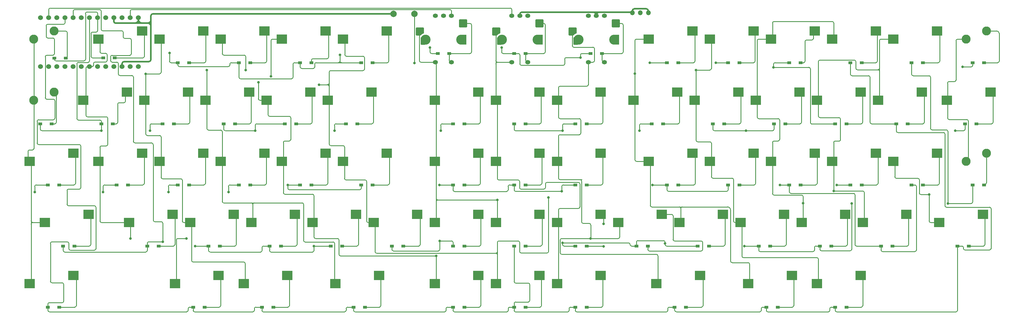
<source format=gbr>
G04 #@! TF.GenerationSoftware,KiCad,Pcbnew,(6.0.11-0)*
G04 #@! TF.CreationDate,2023-10-02T19:13:40+09:00*
G04 #@! TF.ProjectId,clavis,636c6176-6973-42e6-9b69-6361645f7063,rev?*
G04 #@! TF.SameCoordinates,Original*
G04 #@! TF.FileFunction,Copper,L2,Bot*
G04 #@! TF.FilePolarity,Positive*
%FSLAX46Y46*%
G04 Gerber Fmt 4.6, Leading zero omitted, Abs format (unit mm)*
G04 Created by KiCad (PCBNEW (6.0.11-0)) date 2023-10-02 19:13:40*
%MOMM*%
%LPD*%
G01*
G04 APERTURE LIST*
G04 Aperture macros list*
%AMRoundRect*
0 Rectangle with rounded corners*
0 $1 Rounding radius*
0 $2 $3 $4 $5 $6 $7 $8 $9 X,Y pos of 4 corners*
0 Add a 4 corners polygon primitive as box body*
4,1,4,$2,$3,$4,$5,$6,$7,$8,$9,$2,$3,0*
0 Add four circle primitives for the rounded corners*
1,1,$1+$1,$2,$3*
1,1,$1+$1,$4,$5*
1,1,$1+$1,$6,$7*
1,1,$1+$1,$8,$9*
0 Add four rect primitives between the rounded corners*
20,1,$1+$1,$2,$3,$4,$5,0*
20,1,$1+$1,$4,$5,$6,$7,0*
20,1,$1+$1,$6,$7,$8,$9,0*
20,1,$1+$1,$8,$9,$2,$3,0*%
%AMFreePoly0*
4,1,22,1.150000,1.217000,1.242000,1.125000,1.275000,1.000000,1.275000,-0.378000,1.255000,-0.477000,1.196000,-0.560000,1.110000,-0.613000,0.807000,-0.752000,0.530000,-0.939000,0.287000,-1.167000,0.203000,-1.228000,0.102000,-1.250000,-1.025000,-1.250000,-1.150000,-1.217000,-1.242000,-1.125000,-1.275000,-1.000000,-1.275000,1.000000,-1.242000,1.125000,-1.150000,1.217000,-1.025000,1.250000,
1.025000,1.250000,1.150000,1.217000,1.150000,1.217000,$1*%
G04 Aperture macros list end*
G04 #@! TA.AperFunction,SMDPad,CuDef*
%ADD10R,3.300000X3.000000*%
G04 #@! TD*
G04 #@! TA.AperFunction,ComponentPad*
%ADD11C,2.800000*%
G04 #@! TD*
G04 #@! TA.AperFunction,SMDPad,CuDef*
%ADD12R,1.300000X0.950000*%
G04 #@! TD*
G04 #@! TA.AperFunction,ComponentPad*
%ADD13O,1.500000X1.500000*%
G04 #@! TD*
G04 #@! TA.AperFunction,ComponentPad*
%ADD14O,1.600000X1.300000*%
G04 #@! TD*
G04 #@! TA.AperFunction,SMDPad,CuDef*
%ADD15RoundRect,0.249600X-0.550400X-1.300400X0.550400X-1.300400X0.550400X1.300400X-0.550400X1.300400X0*%
G04 #@! TD*
G04 #@! TA.AperFunction,ComponentPad*
%ADD16C,3.100000*%
G04 #@! TD*
G04 #@! TA.AperFunction,SMDPad,CuDef*
%ADD17RoundRect,0.249600X-0.550400X-0.900400X0.550400X-0.900400X0.550400X0.900400X-0.550400X0.900400X0*%
G04 #@! TD*
G04 #@! TA.AperFunction,SMDPad,CuDef*
%ADD18RoundRect,0.250000X-1.025000X-1.000000X1.025000X-1.000000X1.025000X1.000000X-1.025000X1.000000X0*%
G04 #@! TD*
G04 #@! TA.AperFunction,SMDPad,CuDef*
%ADD19FreePoly0,0.000000*%
G04 #@! TD*
G04 #@! TA.AperFunction,ComponentPad*
%ADD20C,2.000000*%
G04 #@! TD*
G04 #@! TA.AperFunction,ComponentPad*
%ADD21C,1.524000*%
G04 #@! TD*
G04 #@! TA.AperFunction,ViaPad*
%ADD22C,0.800000*%
G04 #@! TD*
G04 #@! TA.AperFunction,Conductor*
%ADD23C,0.250000*%
G04 #@! TD*
G04 #@! TA.AperFunction,Conductor*
%ADD24C,0.500000*%
G04 #@! TD*
G04 APERTURE END LIST*
D10*
X42556300Y-66476200D03*
X56156300Y-63936200D03*
X61606300Y-28376200D03*
X75206300Y-25836200D03*
X21125000Y-66476200D03*
X34725000Y-63936200D03*
D11*
X22383800Y-47466200D03*
X28733800Y-44926200D03*
D10*
X25887500Y-85526200D03*
X39487500Y-82986200D03*
X66368800Y-104576200D03*
X79968800Y-102036200D03*
X52081300Y-85526200D03*
X65681300Y-82986200D03*
X56843800Y-47426200D03*
X70443800Y-44886200D03*
X80656300Y-28376200D03*
X94256300Y-25836200D03*
X61606300Y-66476200D03*
X75206300Y-63936200D03*
X71131300Y-85526200D03*
X84731300Y-82986200D03*
X75893800Y-47426200D03*
X89493800Y-44886200D03*
X90181300Y-85526200D03*
X103781300Y-82986200D03*
X99706300Y-28376200D03*
X113306300Y-25836200D03*
X80656300Y-66476200D03*
X94256300Y-63936200D03*
X94943800Y-47426200D03*
X108543800Y-44886200D03*
X118756300Y-28376200D03*
X132356300Y-25836200D03*
X147331300Y-85526200D03*
X160931300Y-82986200D03*
X99706300Y-66476200D03*
X113306300Y-63936200D03*
X113993800Y-47426200D03*
X127593800Y-44886200D03*
X128281300Y-85526200D03*
X141881300Y-82986200D03*
X147331300Y-47426200D03*
X160931300Y-44886200D03*
X147331300Y-66476200D03*
X160931300Y-63936200D03*
X109231300Y-85526200D03*
X122831300Y-82986200D03*
X118756300Y-66476200D03*
X132356300Y-63936200D03*
X185431300Y-66476200D03*
X199031300Y-63936200D03*
X166381300Y-85526200D03*
X179981300Y-82986200D03*
X233056300Y-28376200D03*
X246656300Y-25836200D03*
X252106300Y-66476200D03*
X265706300Y-63936200D03*
X166381300Y-66476200D03*
X179981300Y-63936200D03*
X271156300Y-28376200D03*
X284756300Y-25836200D03*
X185431300Y-85526200D03*
X199031300Y-82986200D03*
X166381300Y-47426200D03*
X179981300Y-44886200D03*
X261631300Y-85526200D03*
X275231300Y-82986200D03*
X185431300Y-47426200D03*
X199031300Y-44886200D03*
X304493800Y-85526200D03*
X318093800Y-82986200D03*
X266393800Y-47426200D03*
X279993800Y-44886200D03*
X290206300Y-28376200D03*
X303806300Y-25836200D03*
X271156300Y-66476200D03*
X284756300Y-63936200D03*
X280681300Y-85526200D03*
X294281300Y-82986200D03*
D11*
X312896300Y-66516200D03*
X319246300Y-63976200D03*
D10*
X290206300Y-66476200D03*
X303806300Y-63936200D03*
X285443800Y-47426200D03*
X299043800Y-44886200D03*
X247343800Y-47426200D03*
X260943800Y-44886200D03*
X204481300Y-85526200D03*
X218081300Y-82986200D03*
X306875000Y-47426250D03*
X320475000Y-44886250D03*
X147331300Y-104576200D03*
X160931300Y-102036200D03*
X166381300Y-104576200D03*
X179981300Y-102036200D03*
X185431300Y-104576200D03*
X199031300Y-102036200D03*
D12*
X81568800Y-54768700D03*
X85118800Y-54768700D03*
X105381300Y-35718700D03*
X108931300Y-35718700D03*
X114906300Y-92868700D03*
X118456300Y-92868700D03*
X119668800Y-54768700D03*
X123218800Y-54768700D03*
X280381300Y-73818700D03*
X276831300Y-73818700D03*
X313718800Y-92868700D03*
X310168800Y-92868700D03*
X95856300Y-92868700D03*
X99406300Y-92868700D03*
X172056300Y-92868700D03*
X175606300Y-92868700D03*
X124431300Y-35718700D03*
X127981300Y-35718700D03*
D11*
X22383800Y-28416200D03*
X28733800Y-25876200D03*
D12*
X148243800Y-32858000D03*
X151793800Y-32858000D03*
D10*
X252106300Y-28376200D03*
X265706300Y-25836200D03*
D13*
X211364000Y-20140200D03*
X213864000Y-20140200D03*
X208864000Y-20140200D03*
D12*
X86331300Y-73818700D03*
X89881300Y-73818700D03*
X26800000Y-73818700D03*
X30350000Y-73818700D03*
X31562500Y-92868700D03*
X35112500Y-92868700D03*
X270856300Y-92868700D03*
X267306300Y-92868700D03*
X194656300Y-92868700D03*
X191106300Y-92868700D03*
X100618800Y-54768700D03*
X104168800Y-54768700D03*
X172056300Y-111918700D03*
X175606300Y-111918700D03*
D10*
X242581300Y-85526200D03*
X256181300Y-82986200D03*
D12*
X242281300Y-73818700D03*
X238731300Y-73818700D03*
D10*
X223531300Y-85526200D03*
X237131300Y-82986200D03*
D12*
X122050000Y-111918700D03*
X125600000Y-111918700D03*
X237518800Y-54768700D03*
X233968800Y-54768700D03*
X218468800Y-54768700D03*
X214918800Y-54768700D03*
D14*
X200143800Y-21075000D03*
X195143800Y-21075000D03*
X197643800Y-21075000D03*
D15*
X203993800Y-28575000D03*
D16*
X203193800Y-28575000D03*
X192093800Y-28575000D03*
D17*
X191293800Y-28975000D03*
D14*
X200143800Y-35575000D03*
D18*
X203733800Y-23495000D03*
D14*
X195143800Y-35575000D03*
D19*
X190283800Y-26035000D03*
D12*
X67281300Y-35718700D03*
X70831300Y-35718700D03*
X280381300Y-35718700D03*
X276831300Y-35718700D03*
D10*
X42556300Y-28376200D03*
X56156300Y-25836200D03*
D12*
X299431300Y-35718700D03*
X295881300Y-35718700D03*
D14*
X152518800Y-21075000D03*
X147518800Y-21075000D03*
X150018800Y-21075000D03*
D17*
X143668800Y-28975000D03*
D16*
X144468800Y-28575000D03*
D15*
X156368800Y-28575000D03*
D16*
X155568800Y-28575000D03*
D14*
X152518800Y-35575000D03*
D18*
X156108800Y-23495000D03*
D14*
X147518800Y-35575000D03*
D19*
X142658800Y-26035000D03*
D12*
X175606300Y-32846700D03*
X172056300Y-32846700D03*
D10*
X266393800Y-104576200D03*
X279993800Y-102036200D03*
D12*
X275618800Y-111918700D03*
X272068800Y-111918700D03*
X175606300Y-73818700D03*
X172056300Y-73818700D03*
X105381300Y-73818700D03*
X108931300Y-73818700D03*
D10*
X214006300Y-28376200D03*
X227606300Y-25836200D03*
D12*
X261331300Y-73818700D03*
X257781300Y-73818700D03*
X153006300Y-111918700D03*
X156556300Y-111918700D03*
X62518800Y-54768700D03*
X66068800Y-54768700D03*
D11*
X312896300Y-28416200D03*
X319246300Y-25876200D03*
D12*
X261331300Y-35718700D03*
X257781300Y-35718700D03*
X26800000Y-111918700D03*
X30350000Y-111918700D03*
X124431300Y-73818700D03*
X127981300Y-73818700D03*
X256568800Y-54768700D03*
X253018800Y-54768700D03*
X133956300Y-92868700D03*
X137506300Y-92868700D03*
X318481300Y-73818700D03*
X314931300Y-73818700D03*
D10*
X216387500Y-104576200D03*
X229987500Y-102036200D03*
D12*
X251806300Y-92868700D03*
X248256300Y-92868700D03*
X57756300Y-92868700D03*
X61306300Y-92868700D03*
X294668800Y-54768700D03*
X291118800Y-54768700D03*
X43468800Y-54768700D03*
X47018800Y-54768700D03*
D10*
X233056300Y-66476200D03*
X246656300Y-63936200D03*
D12*
X289906300Y-92868700D03*
X286356300Y-92868700D03*
D20*
X140958100Y-20488700D03*
X134458100Y-20488700D03*
D10*
X209243800Y-47426200D03*
X222843800Y-44886200D03*
D12*
X194656300Y-73818700D03*
X191106300Y-73818700D03*
X299431300Y-73818700D03*
X295881300Y-73818700D03*
X199418800Y-32860000D03*
X195868800Y-32860000D03*
X223231300Y-73818700D03*
X219681300Y-73818700D03*
X194656300Y-54768700D03*
X191106300Y-54768700D03*
X153006300Y-73818700D03*
X156556300Y-73818700D03*
D10*
X244962500Y-104576200D03*
X258562500Y-102036200D03*
D12*
X48231300Y-73818700D03*
X51781300Y-73818700D03*
X24418800Y-54768700D03*
X27968800Y-54768700D03*
X225612500Y-111918700D03*
X222062500Y-111918700D03*
X72043800Y-111918700D03*
X75593800Y-111918700D03*
X223231300Y-35718700D03*
X219681300Y-35718700D03*
X318481300Y-35718700D03*
X314931300Y-35718700D03*
X93475000Y-111918700D03*
X97025000Y-111918700D03*
X67281300Y-73818700D03*
X70831300Y-73818700D03*
X86331300Y-35718700D03*
X89881300Y-35718700D03*
D10*
X37793800Y-47426200D03*
X51393800Y-44886200D03*
D12*
X316100000Y-54768700D03*
X312550000Y-54768700D03*
X175606300Y-54768700D03*
X172056300Y-54768700D03*
D10*
X214006300Y-66476200D03*
X227606300Y-63936200D03*
D12*
X194656300Y-111918700D03*
X191106300Y-111918700D03*
X213706300Y-92868700D03*
X210156300Y-92868700D03*
D10*
X228293800Y-47426200D03*
X241893800Y-44886200D03*
D12*
X254187500Y-111918700D03*
X250637500Y-111918700D03*
D10*
X116375000Y-104576200D03*
X129975000Y-102036200D03*
D12*
X76806300Y-92868700D03*
X80356300Y-92868700D03*
X232756300Y-92868700D03*
X229206300Y-92868700D03*
D21*
X52464000Y-21721500D03*
X49924000Y-21721500D03*
X47384000Y-21721500D03*
X44844000Y-21721500D03*
X42304000Y-21721500D03*
X39764000Y-21721500D03*
X37224000Y-21721500D03*
X34684000Y-21721500D03*
X32144000Y-21721500D03*
X29604000Y-21721500D03*
X27064000Y-21721500D03*
X24524000Y-21721500D03*
X24524000Y-36941500D03*
X27064000Y-36941500D03*
X29604000Y-36941500D03*
X32144000Y-36941500D03*
X34684000Y-36941500D03*
X37224000Y-36941500D03*
X39764000Y-36941500D03*
X42304000Y-36941500D03*
X44844000Y-36941500D03*
X47384000Y-36941500D03*
X49924000Y-36941500D03*
X52464000Y-36941500D03*
X55004000Y-36941500D03*
X55004000Y-21721500D03*
D12*
X242281300Y-35718700D03*
X238731300Y-35718700D03*
X153006300Y-92868700D03*
X156556300Y-92868700D03*
X275618800Y-54768700D03*
X272068800Y-54768700D03*
X153006300Y-54768700D03*
X156556300Y-54768700D03*
D10*
X87800000Y-104576200D03*
X101400000Y-102036200D03*
X21125000Y-104576200D03*
X34725000Y-102036200D03*
D14*
X176331300Y-21075000D03*
X171331300Y-21075000D03*
X173831300Y-21075000D03*
D15*
X180181300Y-28575000D03*
D16*
X168281300Y-28575000D03*
D17*
X167481300Y-28975000D03*
D16*
X179381300Y-28575000D03*
D18*
X179921300Y-23495000D03*
D14*
X176331300Y-35575000D03*
X171331300Y-35575000D03*
D19*
X166471300Y-26035000D03*
D12*
X28830800Y-34347300D03*
X32380800Y-34347300D03*
X44077400Y-34218700D03*
X47627400Y-34218700D03*
D22*
X117770968Y-33283614D03*
X214312500Y-35718750D03*
X192726714Y-34130000D03*
X311740041Y-37017984D03*
X64699110Y-32730774D03*
X252873429Y-37149392D03*
X234924814Y-35713818D03*
X145844448Y-30992373D03*
X168135969Y-30992373D03*
X149177408Y-56934379D03*
X116072073Y-56924025D03*
X211118512Y-56926008D03*
X244255540Y-56922696D03*
X43477378Y-56892234D03*
X309468603Y-56916066D03*
X58619151Y-56907671D03*
X187134069Y-56933134D03*
X91393387Y-56916420D03*
X272607380Y-73818700D03*
X186908171Y-75832703D03*
X101552739Y-73824753D03*
X44009784Y-76045706D03*
X64335271Y-76055318D03*
X83051879Y-76054452D03*
X215180800Y-73838138D03*
X148809400Y-73817387D03*
X254832476Y-73813331D03*
X22685966Y-76063009D03*
X148884592Y-91267400D03*
X277206500Y-79582500D03*
X187139320Y-91878081D03*
X243755800Y-92866800D03*
X109683609Y-92868750D03*
X72637985Y-92866800D03*
X62563208Y-91547713D03*
X219070640Y-92068500D03*
X307158400Y-79582500D03*
X199933824Y-85943982D03*
X199959517Y-92957933D03*
X195861799Y-90524800D03*
X69991473Y-90524800D03*
X52530129Y-90527974D03*
X209693800Y-39162090D03*
X57293800Y-39204000D03*
X228734271Y-38008467D03*
X76343800Y-38028700D03*
X88411881Y-38020100D03*
X262081300Y-79557999D03*
X92360600Y-41837500D03*
X96315900Y-40001972D03*
X147781300Y-95951100D03*
X271606300Y-75716307D03*
X111268800Y-42562700D03*
X182772815Y-77757315D03*
X301336500Y-76818069D03*
X166831300Y-78530000D03*
X140958100Y-35855873D03*
D23*
X117770968Y-33283614D02*
X117770968Y-35271819D01*
X83482362Y-36178099D02*
X83482362Y-36457015D01*
X192726714Y-34130000D02*
X192726714Y-33319725D01*
X103175321Y-40266912D02*
X103175321Y-36178407D01*
X192726714Y-34130000D02*
X188267394Y-34130000D01*
X168135969Y-30992373D02*
X168135949Y-32387247D01*
X83022856Y-36916521D02*
X67740954Y-36916521D01*
X44077400Y-34218700D02*
X40686073Y-34218700D01*
X109906500Y-37086543D02*
X109906500Y-36585151D01*
X234924814Y-35713818D02*
X234919932Y-35718700D01*
X187348489Y-36550200D02*
X174290449Y-36550200D01*
X108938169Y-37500669D02*
X109492374Y-37500669D01*
X103635028Y-35718700D02*
X105381300Y-35718700D01*
X40226876Y-26636439D02*
X40226876Y-33759503D01*
X105381300Y-35718700D02*
X105381300Y-37041591D01*
X86790385Y-40726472D02*
X102715761Y-40726472D01*
X253332775Y-35718700D02*
X257781300Y-35718700D01*
X145844448Y-30992373D02*
X145844428Y-32398336D01*
X264322431Y-37608953D02*
X264322431Y-54487454D01*
X234929696Y-35718700D02*
X238731300Y-35718700D01*
X124431300Y-35718700D02*
X118283666Y-35718700D01*
X193186439Y-32860000D02*
X195868800Y-32860000D01*
X173831300Y-36091051D02*
X173831300Y-33306480D01*
X148243800Y-32858000D02*
X146304085Y-32858000D01*
X314931300Y-35718700D02*
X314931300Y-36558354D01*
X28830800Y-34347300D02*
X28830800Y-34688217D01*
X264322431Y-54487454D02*
X264603677Y-54768700D01*
X64674704Y-32755180D02*
X64674704Y-35319967D01*
X187807800Y-34589594D02*
X187807800Y-36090889D01*
X86331300Y-35718700D02*
X86331300Y-40267387D01*
X168595395Y-32846700D02*
X172056300Y-32846700D01*
X41844360Y-26176645D02*
X40686670Y-26176645D01*
X42304000Y-21721500D02*
X42304000Y-25717005D01*
X83941761Y-35718700D02*
X86331300Y-35718700D01*
X108938169Y-37500669D02*
X109371133Y-37500669D01*
X173371520Y-32846700D02*
X172056300Y-32846700D01*
X118283666Y-35718700D02*
X117314511Y-35718700D01*
X252873429Y-37149392D02*
X252873434Y-36178038D01*
X42304000Y-20394994D02*
X42304000Y-21721500D01*
X105840378Y-37500669D02*
X108938169Y-37500669D01*
X38966813Y-19935350D02*
X41844356Y-19935350D01*
X38507179Y-34687849D02*
X38507179Y-20394984D01*
X65132504Y-35718700D02*
X67281300Y-35718700D01*
X29290083Y-35147500D02*
X38047528Y-35147500D01*
X234924814Y-35713818D02*
X234929696Y-35718700D01*
X64699110Y-32730774D02*
X64674704Y-32755180D01*
X67281300Y-35718700D02*
X67281300Y-36456867D01*
X311740041Y-37017984D02*
X314471670Y-37017984D01*
X117314511Y-35718700D02*
X110367131Y-35718700D01*
X264603677Y-54768700D02*
X272068800Y-54768700D01*
X109906497Y-36585148D02*
X109906475Y-36179382D01*
X252873429Y-37149392D02*
X263862870Y-37149392D01*
X219681300Y-35718700D02*
X214312550Y-35718700D01*
X65132504Y-35718683D02*
G75*
G02*
X64674705Y-35319967I2096J464583D01*
G01*
X168595395Y-32846751D02*
G75*
G02*
X168135949Y-32387247I5J459451D01*
G01*
X187348489Y-36550200D02*
G75*
G03*
X187807800Y-36090889I11J459300D01*
G01*
X83022856Y-36916462D02*
G75*
G03*
X83482362Y-36457015I44J459462D01*
G01*
X109906497Y-36585151D02*
G75*
G02*
X109906500Y-36585151I3J-49D01*
G01*
X40226945Y-26636439D02*
G75*
G02*
X40686670Y-26176645I459755J39D01*
G01*
X117314511Y-35718687D02*
G75*
G03*
X117769287Y-35263924I-11J454787D01*
G01*
X41844360Y-26176600D02*
G75*
G03*
X42304000Y-25717005I40J459600D01*
G01*
X86790385Y-40726500D02*
G75*
G02*
X86331300Y-40267387I15J459100D01*
G01*
X253332775Y-35718634D02*
G75*
G03*
X252873434Y-36178038I25J-459366D01*
G01*
X29290083Y-35147500D02*
G75*
G02*
X28830800Y-34688217I17J459300D01*
G01*
X118283666Y-35718694D02*
G75*
G02*
X117770968Y-35271819I2134J519994D01*
G01*
X214312501Y-35718750D02*
G75*
G02*
X214312550Y-35718701I99J-50D01*
G01*
X314931284Y-36558354D02*
G75*
G02*
X314471670Y-37017984I-459584J-46D01*
G01*
X103635028Y-35718721D02*
G75*
G03*
X103175321Y-36178407I-28J-459679D01*
G01*
X42304050Y-20394994D02*
G75*
G03*
X41844356Y-19935350I-459650J-6D01*
G01*
X38966813Y-19935379D02*
G75*
G03*
X38507179Y-20394984I-13J-459621D01*
G01*
X109906569Y-37086543D02*
G75*
G02*
X109492374Y-37500669I-414169J43D01*
G01*
X103175372Y-40266912D02*
G75*
G02*
X102715761Y-40726472I-459572J12D01*
G01*
X173371520Y-32846700D02*
G75*
G02*
X173831300Y-33306480I-20J-459800D01*
G01*
X40686073Y-34218724D02*
G75*
G02*
X40226876Y-33759503I27J459224D01*
G01*
X105840378Y-37500700D02*
G75*
G02*
X105381300Y-37041591I22J459100D01*
G01*
X83941761Y-35718662D02*
G75*
G03*
X83482362Y-36178099I39J-459438D01*
G01*
X38507200Y-34687849D02*
G75*
G02*
X38047528Y-35147500I-459700J49D01*
G01*
X187807800Y-34589594D02*
G75*
G02*
X188267394Y-34130000I459600J-6D01*
G01*
X145844400Y-32398336D02*
G75*
G03*
X146304085Y-32858000I459700J36D01*
G01*
X67281379Y-36456867D02*
G75*
G03*
X67740954Y-36916521I459621J-33D01*
G01*
X173831300Y-36091051D02*
G75*
G03*
X174290449Y-36550200I459200J51D01*
G01*
X264322508Y-37608953D02*
G75*
G03*
X263862870Y-37149392I-459608J-47D01*
G01*
X193186439Y-32860014D02*
G75*
G03*
X192726714Y-33319725I-39J-459686D01*
G01*
X109906400Y-36179382D02*
G75*
G02*
X110367131Y-35718700I460700J-18D01*
G01*
X32821295Y-33906805D02*
X32821295Y-26335571D01*
X28733800Y-25876200D02*
X32361924Y-25876200D01*
X32361924Y-25876205D02*
G75*
G02*
X32821295Y-26335571I-24J-459395D01*
G01*
X32821300Y-33906805D02*
G75*
G02*
X32380800Y-34347300I-440500J5D01*
G01*
X35818800Y-53137964D02*
X35818800Y-36082640D01*
X116072073Y-56924025D02*
X116072053Y-55228155D01*
X149177408Y-56934379D02*
X149177425Y-55228176D01*
X39764000Y-35163675D02*
X39764000Y-21721500D01*
X312550000Y-54768700D02*
X312550000Y-56456830D01*
X187593840Y-54768700D02*
X191106300Y-54768700D01*
X272607380Y-73818700D02*
X276831300Y-73818700D01*
X252560377Y-56922696D02*
X244255540Y-56922696D01*
X211578696Y-54768700D02*
X214918800Y-54768700D01*
X43468800Y-56883656D02*
X43477378Y-56892234D01*
X116531503Y-54768700D02*
X119668800Y-54768700D01*
X43468800Y-54768700D02*
X43468800Y-54057641D01*
X91852741Y-54768700D02*
X100618800Y-54768700D01*
X119668800Y-55003187D02*
X119668800Y-54768700D01*
X187134069Y-56933134D02*
X172455635Y-56933134D01*
X43468800Y-54768700D02*
X43468800Y-56883656D01*
X81568800Y-54768700D02*
X81568800Y-56439428D01*
X244255540Y-56922696D02*
X234428148Y-56922696D01*
X91393387Y-56916420D02*
X91393371Y-55228074D01*
X58619151Y-56907671D02*
X58619174Y-55228121D01*
X149636904Y-54768700D02*
X153006300Y-54768700D01*
X211118512Y-56926008D02*
X211118506Y-55228892D01*
X253018800Y-54768700D02*
X253018800Y-56464273D01*
X82027969Y-56898597D02*
X91375564Y-56898597D01*
X187134069Y-56933134D02*
X187134042Y-55228505D01*
X43008559Y-53597400D02*
X36278236Y-53597400D01*
X36278240Y-35623200D02*
X39304475Y-35623200D01*
X172056300Y-56474662D02*
X172056300Y-54768700D01*
X309468603Y-56916066D02*
X312090764Y-56916066D01*
X24418800Y-56432614D02*
X24418800Y-54768700D01*
X59078601Y-54768700D02*
X62518800Y-54768700D01*
X233968800Y-56463348D02*
X233968800Y-54768700D01*
X24878420Y-56892234D02*
X43477378Y-56892234D01*
X116531503Y-54768753D02*
G75*
G03*
X116072053Y-55228155I-3J-459447D01*
G01*
X39764000Y-35163675D02*
G75*
G02*
X39304475Y-35623200I-459500J-25D01*
G01*
X91852741Y-54768771D02*
G75*
G03*
X91393371Y-55228074I-41J-459329D01*
G01*
X187593840Y-54768742D02*
G75*
G03*
X187134042Y-55228505I-40J-459758D01*
G01*
X91393403Y-56916420D02*
G75*
G03*
X91375564Y-56898597I-17803J20D01*
G01*
X35818800Y-53137964D02*
G75*
G03*
X36278236Y-53597400I459400J-36D01*
G01*
X59078601Y-54768674D02*
G75*
G03*
X58619174Y-55228121I-1J-459426D01*
G01*
X172056285Y-56474662D02*
G75*
G03*
X172455635Y-56933134I465215J2062D01*
G01*
X43008559Y-53597400D02*
G75*
G02*
X43468800Y-54057641I41J-460200D01*
G01*
X36278240Y-35623200D02*
G75*
G03*
X35818800Y-36082640I-40J-459400D01*
G01*
X24878420Y-56892200D02*
G75*
G02*
X24418800Y-56432614I-20J459600D01*
G01*
X149636904Y-54768725D02*
G75*
G03*
X149177425Y-55228176I-4J-459475D01*
G01*
X252560377Y-56922700D02*
G75*
G03*
X253018800Y-56464273I23J458400D01*
G01*
X211578696Y-54768706D02*
G75*
G03*
X211118506Y-55228892I4J-460194D01*
G01*
X233968704Y-56463348D02*
G75*
G03*
X234428148Y-56922696I459396J48D01*
G01*
X312550066Y-56456830D02*
G75*
G02*
X312090764Y-56916066I-459266J30D01*
G01*
X82027969Y-56898600D02*
G75*
G02*
X81568800Y-56439428I31J459200D01*
G01*
X29424404Y-45616804D02*
X29424404Y-54309180D01*
X28964884Y-54768700D02*
X27968800Y-54768700D01*
X28964884Y-54768704D02*
G75*
G03*
X29424404Y-54309180I16J459504D01*
G01*
X29424400Y-45616804D02*
G75*
G03*
X28733800Y-44926200I-690600J4D01*
G01*
X278705169Y-92868700D02*
X286356300Y-92868700D01*
X172056300Y-75373420D02*
X172056300Y-73818700D01*
X186908171Y-75832703D02*
X172515583Y-75832703D01*
X297368205Y-74278194D02*
X297368205Y-94128644D01*
X64794556Y-73818700D02*
X67281300Y-73818700D01*
X257781300Y-73818700D02*
X257781300Y-75981235D01*
X101558792Y-73818700D02*
X105381300Y-73818700D01*
X219681300Y-73818700D02*
X215200238Y-73818700D01*
X148809400Y-73817387D02*
X153004987Y-73817387D01*
X153465722Y-75850181D02*
X169721561Y-75850181D01*
X23145577Y-73818700D02*
X26800000Y-73818700D01*
X220140706Y-75821456D02*
X238271663Y-75821456D01*
X258240872Y-76440807D02*
X277786290Y-76440807D01*
X153006300Y-73818700D02*
X153006300Y-75390759D01*
X124431300Y-74868125D02*
X124431300Y-73818700D01*
X83051879Y-76054452D02*
X83051917Y-74277992D01*
X83511219Y-73818700D02*
X86331300Y-73818700D01*
X170181088Y-75390665D02*
X170181113Y-74278031D01*
X64335271Y-76055318D02*
X64335257Y-74278003D01*
X238731300Y-75361819D02*
X238731300Y-73818700D01*
X102011820Y-75327656D02*
X123971769Y-75327656D01*
X219681300Y-73818700D02*
X219681300Y-75362050D01*
X101552739Y-73824753D02*
X101558792Y-73818700D01*
X187367609Y-73818700D02*
X191106300Y-73818700D01*
X170640455Y-73818700D02*
X172056300Y-73818700D01*
X101552739Y-73824753D02*
X101552739Y-74868575D01*
X295881300Y-73818700D02*
X296908711Y-73818700D01*
X254837845Y-73818700D02*
X257781300Y-73818700D01*
X286356300Y-94128052D02*
X286356300Y-92868700D01*
X278245776Y-76900293D02*
X278245776Y-92409307D01*
X186908171Y-75832703D02*
X186908169Y-74278141D01*
X22685966Y-76063009D02*
X22685959Y-74278320D01*
X296909156Y-94587693D02*
X286815941Y-94587693D01*
X44468707Y-73818700D02*
X48231300Y-73818700D01*
X44009784Y-76045706D02*
X44009779Y-74277629D01*
X153006300Y-74159535D02*
X153006300Y-73818700D01*
X23145577Y-73818659D02*
G75*
G03*
X22685959Y-74278320I23J-459641D01*
G01*
X64794556Y-73818657D02*
G75*
G03*
X64335257Y-74278003I44J-459343D01*
G01*
X278705169Y-92868724D02*
G75*
G02*
X278245776Y-92409307I31J459424D01*
G01*
X220140706Y-75821400D02*
G75*
G02*
X219681300Y-75362050I-6J459400D01*
G01*
X153465722Y-75850200D02*
G75*
G02*
X153006300Y-75390759I-22J459400D01*
G01*
X187367609Y-73818669D02*
G75*
G03*
X186908169Y-74278141I-9J-459431D01*
G01*
X44468707Y-73818679D02*
G75*
G03*
X44009779Y-74277629I-7J-458921D01*
G01*
X124431356Y-74868125D02*
G75*
G02*
X123971769Y-75327656I-459556J25D01*
G01*
X153006313Y-73818700D02*
G75*
G03*
X153004987Y-73817387I-1313J0D01*
G01*
X170640455Y-73818613D02*
G75*
G03*
X170181113Y-74278031I45J-459387D01*
G01*
X278245793Y-76900293D02*
G75*
G03*
X277786290Y-76440807I-459493J-7D01*
G01*
X258240872Y-76440800D02*
G75*
G02*
X257781300Y-75981235I28J459600D01*
G01*
X297368200Y-74278194D02*
G75*
G03*
X296908711Y-73818700I-459500J-6D01*
G01*
X215180800Y-73838138D02*
G75*
G02*
X215200238Y-73818700I19400J38D01*
G01*
X296909156Y-94587605D02*
G75*
G03*
X297368205Y-94128644I44J459005D01*
G01*
X238731356Y-75361819D02*
G75*
G02*
X238271663Y-75821456I-459656J19D01*
G01*
X170181081Y-75390665D02*
G75*
G02*
X169721561Y-75850181I-459481J-35D01*
G01*
X83511219Y-73818717D02*
G75*
G03*
X83051917Y-74277992I-19J-459283D01*
G01*
X254837844Y-73818624D02*
G75*
G02*
X254832476Y-73813331I-44J5324D01*
G01*
X102011820Y-75327661D02*
G75*
G02*
X101552739Y-74868575I-20J459061D01*
G01*
X172056297Y-75373420D02*
G75*
G03*
X172515583Y-75832703I459303J20D01*
G01*
X286356307Y-94128052D02*
G75*
G03*
X286815941Y-94587693I459593J-48D01*
G01*
X35383796Y-73358596D02*
X35383796Y-65044996D01*
X30350000Y-73818700D02*
X34923692Y-73818700D01*
X34275000Y-63936204D02*
G75*
G02*
X35383796Y-65044996I0J-1108796D01*
G01*
X35383800Y-73358596D02*
G75*
G02*
X34923692Y-73818700I-460100J-4D01*
G01*
X109683609Y-92868750D02*
X109682404Y-92869955D01*
X229206300Y-92868700D02*
X219529975Y-92868700D01*
X187599117Y-92868700D02*
X191106300Y-92868700D01*
X301774585Y-56195107D02*
X301774585Y-40248120D01*
X53409828Y-60221427D02*
X53409828Y-40165757D01*
X276746698Y-94349025D02*
X267765836Y-94349025D01*
X148424985Y-94381159D02*
X134415586Y-94381159D01*
X50252179Y-27690093D02*
X50252179Y-26235391D01*
X210156300Y-92868700D02*
X208618781Y-92868700D01*
X58976976Y-60681093D02*
X53869494Y-60681093D01*
X76806300Y-92868700D02*
X76806300Y-93668900D01*
X265153167Y-94614817D02*
X248715833Y-94614817D01*
X295881300Y-39330443D02*
X295881300Y-35718700D01*
X277206500Y-79582500D02*
X277206500Y-93889223D01*
X62563208Y-91547713D02*
X58215693Y-91547713D01*
X187140529Y-91879290D02*
X187140529Y-92469276D01*
X49792740Y-25775952D02*
X43855663Y-25775952D01*
X243755800Y-92866800D02*
X248254400Y-92866800D01*
X48274382Y-35550522D02*
X46780016Y-35550522D01*
X52950171Y-39706100D02*
X49193272Y-39706100D01*
X76806300Y-93668900D02*
X76806300Y-94167896D01*
X187139320Y-91878081D02*
X187140529Y-91879290D01*
X72637985Y-92866800D02*
X72639885Y-92868700D01*
X42936937Y-19175078D02*
X35143235Y-19175078D01*
X95856300Y-92868700D02*
X95856300Y-94293781D01*
X153006300Y-92868700D02*
X153006300Y-91727018D01*
X57296419Y-94727954D02*
X32021900Y-94727954D01*
X109683521Y-94293943D02*
X109683609Y-92868750D01*
X43396304Y-25316593D02*
X43396304Y-19634445D01*
X148884592Y-91267400D02*
X148884592Y-93921552D01*
X59631100Y-84816860D02*
X59631100Y-61335217D01*
X62563208Y-91547713D02*
X62563208Y-85735777D01*
X219070640Y-92068500D02*
X219070640Y-92409365D01*
X314931300Y-73818700D02*
X314931300Y-79122742D01*
X52776050Y-32959167D02*
X52776050Y-28609019D01*
X34684000Y-19634313D02*
X34684000Y-21721500D01*
X219070640Y-92068500D02*
X219070640Y-91631534D01*
X57756300Y-92868700D02*
X57756300Y-94268073D01*
X307158400Y-79582500D02*
X307158400Y-57113891D01*
X72639885Y-92868700D02*
X76806300Y-92868700D01*
X46780209Y-33418700D02*
X52316517Y-33418700D01*
X114906300Y-92868700D02*
X109683659Y-92868700D01*
X301316365Y-39789900D02*
X296340757Y-39789900D01*
X187139320Y-91878081D02*
X207699642Y-91878081D01*
X93516598Y-94287814D02*
X93516591Y-93328446D01*
X133956300Y-92868700D02*
X133956300Y-93921873D01*
X46320690Y-35091196D02*
X46320690Y-33878219D01*
X210156300Y-92868700D02*
X210156300Y-91631369D01*
X48733912Y-39246740D02*
X48733912Y-36010052D01*
X93976334Y-92868700D02*
X95856300Y-92868700D01*
X267306300Y-92868700D02*
X267306300Y-93889489D01*
X210615350Y-91172319D02*
X218611425Y-91172319D01*
X307158400Y-79582500D02*
X314471542Y-79582500D01*
X52316643Y-28149612D02*
X50711698Y-28149612D01*
X57756300Y-92007106D02*
X57756300Y-92868700D01*
X148884592Y-91267400D02*
X152546682Y-91267400D01*
X306699056Y-56654547D02*
X302234025Y-56654547D01*
X265612425Y-93328139D02*
X265612411Y-94155579D01*
X267306300Y-92868700D02*
X266071871Y-92868700D01*
X248256300Y-92868700D02*
X248256300Y-94155284D01*
X96315951Y-94753432D02*
X109224004Y-94753432D01*
X62103723Y-85276297D02*
X60090565Y-85276320D01*
X31562500Y-92868700D02*
X31562500Y-94268554D01*
X77385688Y-94747284D02*
X93057132Y-94747284D01*
X208159306Y-92337745D02*
X208159312Y-92409270D01*
X57296419Y-94728000D02*
G75*
G03*
X57756300Y-94268073I-19J459900D01*
G01*
X314931300Y-79122742D02*
G75*
G02*
X314471542Y-79582500I-459800J42D01*
G01*
X46320678Y-35091196D02*
G75*
G03*
X46780016Y-35550522I459322J-4D01*
G01*
X301774553Y-56195107D02*
G75*
G03*
X302234025Y-56654547I459447J7D01*
G01*
X34683978Y-19634313D02*
G75*
G02*
X35143235Y-19175078I459222J13D01*
G01*
X219070581Y-91631534D02*
G75*
G03*
X218611425Y-91172319I-459181J34D01*
G01*
X53409807Y-60221427D02*
G75*
G03*
X53869494Y-60681093I459693J27D01*
G01*
X48733900Y-39246740D02*
G75*
G03*
X49193272Y-39706100I459400J40D01*
G01*
X62103723Y-85276292D02*
G75*
G02*
X62563208Y-85735777I-23J-459508D01*
G01*
X248256283Y-94155284D02*
G75*
G03*
X248715833Y-94614817I459517J-16D01*
G01*
X109683532Y-94293943D02*
G75*
G02*
X109224004Y-94753432I-459532J43D01*
G01*
X93976334Y-92868691D02*
G75*
G03*
X93516591Y-93328446I-34J-459709D01*
G01*
X267306275Y-93889489D02*
G75*
G03*
X267765836Y-94349025I459525J-11D01*
G01*
X93516584Y-94287814D02*
G75*
G02*
X93057132Y-94747284I-459484J14D01*
G01*
X77385688Y-94747300D02*
G75*
G02*
X76806300Y-94167896I12J579400D01*
G01*
X43396348Y-25316593D02*
G75*
G03*
X43855663Y-25775952I459352J-7D01*
G01*
X153006300Y-91727018D02*
G75*
G03*
X152546682Y-91267400I-459600J18D01*
G01*
X52950171Y-39706172D02*
G75*
G02*
X53409828Y-40165757I29J-459628D01*
G01*
X57756313Y-92007106D02*
G75*
G02*
X58215693Y-91547713I459387J6D01*
G01*
X109683605Y-92868748D02*
G75*
G02*
X109683659Y-92868700I95J-52D01*
G01*
X276746698Y-94349000D02*
G75*
G03*
X277206500Y-93889223I2J459800D01*
G01*
X148424985Y-94381192D02*
G75*
G03*
X148884592Y-93921552I15J459592D01*
G01*
X265153167Y-94614811D02*
G75*
G03*
X265612411Y-94155579I33J459211D01*
G01*
X210615350Y-91172300D02*
G75*
G03*
X210156300Y-91631369I50J-459100D01*
G01*
X306699056Y-56654600D02*
G75*
G02*
X307158400Y-57113891I44J-459300D01*
G01*
X59631180Y-84816860D02*
G75*
G03*
X60090565Y-85276320I459420J-40D01*
G01*
X42936937Y-19174996D02*
G75*
G02*
X43396304Y-19634445I-37J-459404D01*
G01*
X133956341Y-93921873D02*
G75*
G03*
X134415586Y-94381159I459259J-27D01*
G01*
X265612500Y-93328139D02*
G75*
G02*
X266071871Y-92868700I459400J39D01*
G01*
X248256300Y-92868700D02*
G75*
G03*
X248254400Y-92866800I-1900J0D01*
G01*
X208159219Y-92337745D02*
G75*
G03*
X207699642Y-91878081I-459619J45D01*
G01*
X52316643Y-28149550D02*
G75*
G02*
X52776050Y-28609019I-43J-459450D01*
G01*
X31562546Y-94268554D02*
G75*
G03*
X32021900Y-94727954I459354J-46D01*
G01*
X96315951Y-94753500D02*
G75*
G02*
X95856300Y-94293781I49J459700D01*
G01*
X301316365Y-39789915D02*
G75*
G02*
X301774585Y-40248120I35J-458185D01*
G01*
X208159300Y-92409270D02*
G75*
G03*
X208618781Y-92868700I459500J70D01*
G01*
X295881300Y-39330443D02*
G75*
G03*
X296340757Y-39789900I459500J43D01*
G01*
X46780209Y-33418690D02*
G75*
G03*
X46320690Y-33878219I-9J-459510D01*
G01*
X219070700Y-92409365D02*
G75*
G03*
X219529975Y-92868700I459300J-35D01*
G01*
X48274382Y-35550588D02*
G75*
G02*
X48733912Y-36010052I18J-459512D01*
G01*
X52776000Y-32959167D02*
G75*
G02*
X52316517Y-33418700I-459500J-33D01*
G01*
X50252188Y-27690093D02*
G75*
G03*
X50711698Y-28149612I459512J-7D01*
G01*
X49792740Y-25775921D02*
G75*
G02*
X50252179Y-26235391I-40J-459479D01*
G01*
X58976976Y-60681100D02*
G75*
G02*
X59631100Y-61335217I24J-654100D01*
G01*
X187599117Y-92868752D02*
G75*
G02*
X187140529Y-92469276I2083J465352D01*
G01*
X40149685Y-92409782D02*
X40149685Y-84098385D01*
X35112500Y-92868700D02*
X39690767Y-92868700D01*
X40149700Y-92409782D02*
G75*
G02*
X39690767Y-92868700I-458900J-18D01*
G01*
X39037500Y-82986215D02*
G75*
G02*
X40149685Y-84098385I0J-1112185D01*
G01*
X27591242Y-103861555D02*
X27591242Y-92032518D01*
X26800000Y-111918700D02*
X26800000Y-110909001D01*
X251087239Y-113386752D02*
X269948708Y-113386752D01*
X72503542Y-113377349D02*
X90651067Y-113377349D01*
X188700952Y-113423871D02*
X172539848Y-113423871D01*
X93856078Y-113370979D02*
X119257180Y-113370979D01*
X33782624Y-94161444D02*
X41296137Y-94161444D01*
X23903033Y-53496966D02*
X28515149Y-53496966D01*
X270867852Y-111918700D02*
X272068800Y-111918700D01*
X120176303Y-111918700D02*
X122050000Y-111918700D01*
X306726785Y-80759091D02*
X320176261Y-80759091D01*
X32757500Y-79861519D02*
X32757500Y-75584899D01*
X310168800Y-112924022D02*
X310168800Y-92868700D01*
X250637500Y-111918700D02*
X249505038Y-111918700D01*
X41295452Y-80321486D02*
X33217467Y-80321486D01*
X26800000Y-112718900D02*
X26800000Y-111918700D01*
X219459658Y-113426340D02*
X191614441Y-113426340D01*
X27259890Y-113367590D02*
X70046672Y-113367590D01*
X272553065Y-113383934D02*
X309708888Y-113383934D01*
X70506006Y-112908275D02*
X70506028Y-112377986D01*
X172056300Y-111918700D02*
X170659512Y-111918700D01*
X28050901Y-91572859D02*
X32863693Y-91572859D01*
X33217029Y-75125370D02*
X36592514Y-75125370D01*
X291118800Y-54768700D02*
X283398235Y-54768700D01*
X222062500Y-111918700D02*
X220378860Y-111918700D01*
X32144000Y-23287198D02*
X32144000Y-21721500D01*
X191106300Y-112918199D02*
X191106300Y-111918700D01*
X28345147Y-28014003D02*
X26723265Y-28014003D01*
X28974404Y-53037711D02*
X28974404Y-47561331D01*
X169740617Y-113417363D02*
X153520845Y-113417363D01*
X26263582Y-27554320D02*
X26263582Y-24205907D01*
X250637500Y-111918700D02*
X250637500Y-112937013D01*
X91110181Y-112918192D02*
X91110181Y-112378498D01*
X26436507Y-33410969D02*
X28345958Y-33410969D01*
X191106300Y-111918700D02*
X189619069Y-111918700D01*
X26800000Y-111918700D02*
X26800000Y-112907700D01*
X150836835Y-112938811D02*
X150836842Y-112377466D01*
X306267300Y-57939296D02*
X306267300Y-80299606D01*
X26722968Y-23746521D02*
X31684677Y-23746521D01*
X176460030Y-104416000D02*
X172516018Y-104416000D01*
X153006300Y-111918700D02*
X151295614Y-111918700D01*
X282939000Y-54309465D02*
X282939000Y-40249473D01*
X176919322Y-109840772D02*
X176919322Y-104875292D01*
X222612036Y-113380920D02*
X248586760Y-113380920D01*
X91570000Y-111918700D02*
X93475000Y-111918700D01*
X291578099Y-57479800D02*
X305807804Y-57479800D01*
X272068800Y-111918700D02*
X272068800Y-112899669D01*
X276831300Y-39330342D02*
X276831300Y-35718700D01*
X28804526Y-32952401D02*
X28804526Y-28473382D01*
X122050000Y-112939737D02*
X122050000Y-111918700D01*
X23443800Y-60782502D02*
X23443800Y-53956199D01*
X170199808Y-112958173D02*
X170199807Y-112378406D01*
X41755289Y-93702292D02*
X41755289Y-80781323D01*
X93475000Y-111918700D02*
X93475000Y-112989901D01*
X70965333Y-111918700D02*
X72043800Y-111918700D01*
X153006300Y-112902818D02*
X153006300Y-111918700D01*
X150377193Y-113398447D02*
X122508710Y-113398447D01*
X36592644Y-61242602D02*
X23903900Y-61242602D01*
X189160104Y-112964731D02*
X189160120Y-112377635D01*
X219918979Y-112967015D02*
X219918974Y-112378590D01*
X291118800Y-54768700D02*
X291118800Y-57020501D01*
X270408236Y-112927224D02*
X270408236Y-112378316D01*
X249045726Y-112378012D02*
X249045726Y-112921954D01*
X172056300Y-111918700D02*
X172056300Y-110759211D01*
X172515611Y-110299900D02*
X176460194Y-110299900D01*
X31690736Y-110116803D02*
X31690736Y-104780648D01*
X119716735Y-112911404D02*
X119716712Y-112378311D01*
X25976800Y-46642427D02*
X25976800Y-33870676D01*
X72043800Y-112917607D02*
X72043800Y-111918700D01*
X28514359Y-47101286D02*
X26435659Y-47101286D01*
X320635704Y-81218534D02*
X320635704Y-93621976D01*
X282479427Y-39789900D02*
X277290858Y-39789900D01*
X27176928Y-110532073D02*
X31275466Y-110532073D01*
X172056300Y-112940323D02*
X172056300Y-111918700D01*
X312018283Y-93621894D02*
X312018272Y-93328218D01*
X31231160Y-104321072D02*
X28050759Y-104321072D01*
X33323166Y-92032332D02*
X33323166Y-93701986D01*
X172056300Y-103956282D02*
X172056300Y-92868700D01*
X37052094Y-74665790D02*
X37052094Y-61702052D01*
X311558738Y-92868700D02*
X310168800Y-92868700D01*
X320176351Y-94081329D02*
X312477735Y-94081329D01*
X222062500Y-111918700D02*
X222062500Y-112831384D01*
X70965333Y-111918728D02*
G75*
G03*
X70506028Y-112377986I-33J-459272D01*
G01*
X188700952Y-113423804D02*
G75*
G03*
X189160104Y-112964731I48J459104D01*
G01*
X122049953Y-112939737D02*
G75*
G03*
X122508710Y-113398447I458747J37D01*
G01*
X153006237Y-112902818D02*
G75*
G03*
X153520845Y-113417363I514563J18D01*
G01*
X312018271Y-93621894D02*
G75*
G03*
X312477735Y-94081329I459429J-6D01*
G01*
X28050901Y-91572842D02*
G75*
G03*
X27591242Y-92032518I-1J-459658D01*
G01*
X270867852Y-111918636D02*
G75*
G03*
X270408236Y-112378316I48J-459664D01*
G01*
X93856078Y-113371000D02*
G75*
G02*
X93475000Y-112989901I22J381100D01*
G01*
X276831300Y-39330342D02*
G75*
G03*
X277290858Y-39789900I459600J42D01*
G01*
X28804569Y-32952401D02*
G75*
G02*
X28345958Y-33410969I-458569J1D01*
G01*
X320635709Y-81218534D02*
G75*
G03*
X320176261Y-80759091I-459409J34D01*
G01*
X28974366Y-53037711D02*
G75*
G02*
X28515149Y-53496966I-459266J11D01*
G01*
X33323141Y-92032332D02*
G75*
G03*
X32863693Y-91572859I-459441J32D01*
G01*
X41295452Y-80321511D02*
G75*
G02*
X41755289Y-80781323I48J-459789D01*
G01*
X36592644Y-61242606D02*
G75*
G02*
X37052094Y-61702052I-44J-459494D01*
G01*
X176919300Y-109840772D02*
G75*
G02*
X176460194Y-110299900I-459100J-28D01*
G01*
X219919000Y-112378590D02*
G75*
G02*
X220378860Y-111918700I459900J-10D01*
G01*
X119716779Y-112911404D02*
G75*
G02*
X119257180Y-113370979I-459579J4D01*
G01*
X37052070Y-74665790D02*
G75*
G02*
X36592514Y-75125370I-459570J-10D01*
G01*
X32757514Y-79861519D02*
G75*
G03*
X33217467Y-80321486I459986J19D01*
G01*
X27591328Y-103861555D02*
G75*
G03*
X28050759Y-104321072I459472J-45D01*
G01*
X31690773Y-110116803D02*
G75*
G02*
X31275466Y-110532073I-415273J3D01*
G01*
X27176928Y-110532100D02*
G75*
G03*
X26800000Y-110909001I-28J-376900D01*
G01*
X172056229Y-112940323D02*
G75*
G03*
X172539848Y-113423871I483571J23D01*
G01*
X23443798Y-60782502D02*
G75*
G03*
X23903900Y-61242602I460102J2D01*
G01*
X150836800Y-112377466D02*
G75*
G02*
X151295614Y-111918700I458800J-34D01*
G01*
X150377193Y-113398435D02*
G75*
G03*
X150836835Y-112938811I7J459635D01*
G01*
X23903033Y-53497000D02*
G75*
G03*
X23443800Y-53956199I-33J-459200D01*
G01*
X310168834Y-112924022D02*
G75*
G02*
X309708888Y-113383934I-459934J22D01*
G01*
X169740617Y-113417408D02*
G75*
G03*
X170199808Y-112958173I-17J459208D01*
G01*
X27259890Y-113367600D02*
G75*
G02*
X26800000Y-112907700I10J459900D01*
G01*
X91110249Y-112918192D02*
G75*
G02*
X90651067Y-113377349I-459149J-8D01*
G01*
X282939000Y-54309465D02*
G75*
G03*
X283398235Y-54768700I459200J-35D01*
G01*
X26263597Y-27554320D02*
G75*
G03*
X26723265Y-28014003I459703J20D01*
G01*
X120176303Y-111918712D02*
G75*
G03*
X119716712Y-112378311I-3J-459588D01*
G01*
X32144021Y-23287198D02*
G75*
G02*
X31684677Y-23746521I-459321J-2D01*
G01*
X272553065Y-113384000D02*
G75*
G02*
X272068800Y-112899669I35J484300D01*
G01*
X249045720Y-112921954D02*
G75*
G02*
X248586760Y-113380920I-458920J-46D01*
G01*
X172515611Y-110299900D02*
G75*
G03*
X172056300Y-110759211I-11J-459300D01*
G01*
X72503542Y-113377300D02*
G75*
G02*
X72043800Y-112917607I-42J459700D01*
G01*
X222612036Y-113380900D02*
G75*
G02*
X222062500Y-112831384I-36J549500D01*
G01*
X26436507Y-33411000D02*
G75*
G03*
X25976800Y-33870676I-7J-459700D01*
G01*
X172056300Y-103956282D02*
G75*
G03*
X172516018Y-104416000I459700J-18D01*
G01*
X91110202Y-112378481D02*
G75*
G03*
X91110181Y-112378498I-2J-19D01*
G01*
X26722968Y-23746482D02*
G75*
G03*
X26263582Y-24205907I32J-459418D01*
G01*
X170199800Y-112378406D02*
G75*
G02*
X170659512Y-111918700I459700J6D01*
G01*
X191106260Y-112918199D02*
G75*
G03*
X191614441Y-113426340I508140J-1D01*
G01*
X176460030Y-104415978D02*
G75*
G02*
X176919322Y-104875292I-30J-459322D01*
G01*
X189160200Y-112377635D02*
G75*
G02*
X189619069Y-111918700I458900J35D01*
G01*
X291578099Y-57479800D02*
G75*
G02*
X291118800Y-57020501I1J459300D01*
G01*
X33217029Y-75125400D02*
G75*
G03*
X32757500Y-75584899I-29J-459500D01*
G01*
X25976814Y-46642427D02*
G75*
G03*
X26435659Y-47101286I458886J27D01*
G01*
X91570000Y-111918702D02*
G75*
G03*
X91110202Y-112378477I0J-459798D01*
G01*
X251087239Y-113386700D02*
G75*
G02*
X250637500Y-112937013I-39J449700D01*
G01*
X70505990Y-112908275D02*
G75*
G02*
X70046672Y-113367590I-459290J-25D01*
G01*
X33782624Y-94161434D02*
G75*
G02*
X33323166Y-93701986I-24J459434D01*
G01*
X31231160Y-104321064D02*
G75*
G02*
X31690736Y-104780648I40J-459536D01*
G01*
X219459658Y-113426279D02*
G75*
G03*
X219918979Y-112967015I42J459279D01*
G01*
X270408252Y-112927224D02*
G75*
G02*
X269948708Y-113386752I-459552J24D01*
G01*
X41755244Y-93702292D02*
G75*
G02*
X41296137Y-94161444I-459144J-8D01*
G01*
X320176351Y-94081304D02*
G75*
G03*
X320635704Y-93621976I49J459304D01*
G01*
X28514359Y-47101296D02*
G75*
G02*
X28974404Y-47561331I41J-460004D01*
G01*
X282479427Y-39789900D02*
G75*
G02*
X282939000Y-40249473I-27J-459600D01*
G01*
X306267300Y-57939296D02*
G75*
G03*
X305807804Y-57479800I-459500J-4D01*
G01*
X28345147Y-28013974D02*
G75*
G02*
X28804526Y-28473382I-47J-459426D01*
G01*
X311558738Y-92868628D02*
G75*
G02*
X312018272Y-93328218I-38J-459572D01*
G01*
X249045700Y-112378012D02*
G75*
G02*
X249505038Y-111918700I459300J12D01*
G01*
X306726785Y-80759100D02*
G75*
G02*
X306267300Y-80299606I15J459500D01*
G01*
X35638210Y-111459543D02*
X35638210Y-103399410D01*
X30350000Y-111918700D02*
X35179053Y-111918700D01*
X34275000Y-102036190D02*
G75*
G02*
X35638210Y-103399410I0J-1363210D01*
G01*
X35638300Y-111459543D02*
G75*
G02*
X35179053Y-111918700I-459200J43D01*
G01*
X47627400Y-34218700D02*
X56389806Y-34218700D01*
X56849441Y-33759065D02*
X56849441Y-26979341D01*
X56849400Y-33759065D02*
G75*
G02*
X56389806Y-34218700I-459600J-35D01*
G01*
X55706300Y-25836159D02*
G75*
G02*
X56849441Y-26979341I0J-1143141D01*
G01*
X50943800Y-44886200D02*
X50943800Y-47738821D01*
X50484021Y-48198600D02*
X49007889Y-48198600D01*
X48548400Y-48658089D02*
X48548400Y-54309603D01*
X48089303Y-54768700D02*
X47018800Y-54768700D01*
X48548400Y-48658089D02*
G75*
G02*
X49007889Y-48198600I459500J-11D01*
G01*
X50484021Y-48198600D02*
G75*
G03*
X50943800Y-47738821I-21J459800D01*
G01*
X48089303Y-54768700D02*
G75*
G03*
X48548400Y-54309603I-3J459100D01*
G01*
X51781300Y-73818700D02*
X56362998Y-73818700D01*
X56822156Y-73359542D02*
X56822156Y-65052056D01*
X56822200Y-73359542D02*
G75*
G02*
X56362998Y-73818700I-459200J42D01*
G01*
X55706300Y-63936244D02*
G75*
G02*
X56822156Y-65052056I0J-1115856D01*
G01*
X65909122Y-92868700D02*
X61306300Y-92868700D01*
X66368800Y-84123700D02*
X66368800Y-92409022D01*
X65909122Y-92868700D02*
G75*
G03*
X66368800Y-92409022I-22J459700D01*
G01*
X66368800Y-84123700D02*
G75*
G03*
X65231300Y-82986200I-1137500J0D01*
G01*
X75593800Y-111918700D02*
X80157760Y-111918700D01*
X80616853Y-111459607D02*
X80616853Y-103134253D01*
X80616900Y-111459607D02*
G75*
G02*
X80157760Y-111918700I-459100J7D01*
G01*
X79518800Y-102036247D02*
G75*
G02*
X80616853Y-103134253I0J-1098053D01*
G01*
X76005394Y-35259166D02*
X76005394Y-27085294D01*
X70831300Y-35718700D02*
X75545860Y-35718700D01*
X74756300Y-25836206D02*
G75*
G02*
X76005394Y-27085294I0J-1249094D01*
G01*
X76005400Y-35259166D02*
G75*
G02*
X75545860Y-35718700I-459500J-34D01*
G01*
X66068800Y-54768700D02*
X70535066Y-54768700D01*
X70994308Y-54309458D02*
X70994308Y-45886708D01*
X70994300Y-54309458D02*
G75*
G02*
X70535066Y-54768700I-459200J-42D01*
G01*
X69993800Y-44886192D02*
G75*
G02*
X70994308Y-45886708I0J-1000508D01*
G01*
X70831300Y-73818700D02*
X75403694Y-73818700D01*
X75863189Y-73359205D02*
X75863189Y-65043089D01*
X75863200Y-73359205D02*
G75*
G02*
X75403694Y-73818700I-459500J5D01*
G01*
X74756300Y-63936211D02*
G75*
G02*
X75863189Y-65043089I0J-1106889D01*
G01*
X80356300Y-92868700D02*
X85023348Y-92868700D01*
X85483052Y-92408996D02*
X85483052Y-84187952D01*
X84281300Y-82986248D02*
G75*
G02*
X85483052Y-84187952I0J-1201752D01*
G01*
X85483000Y-92408996D02*
G75*
G02*
X85023348Y-92868700I-459700J-4D01*
G01*
X97025000Y-111918700D02*
X101554854Y-111918700D01*
X102014780Y-111458774D02*
X102014780Y-103100980D01*
X100950000Y-102036220D02*
G75*
G02*
X102014780Y-103100980I0J-1064780D01*
G01*
X102014800Y-111458774D02*
G75*
G02*
X101554854Y-111918700I-459900J-26D01*
G01*
X89881300Y-35718700D02*
X94489433Y-35718700D01*
X94949450Y-35258683D02*
X94949450Y-26979350D01*
X94949400Y-35258683D02*
G75*
G02*
X94489433Y-35718700I-460000J-17D01*
G01*
X93806300Y-25836250D02*
G75*
G02*
X94949450Y-26979350I0J-1143150D01*
G01*
X85118800Y-54768700D02*
X89635102Y-54768700D01*
X90094850Y-54308952D02*
X90094850Y-45937250D01*
X90094800Y-54308952D02*
G75*
G02*
X89635102Y-54768700I-459700J-48D01*
G01*
X89043800Y-44886150D02*
G75*
G02*
X90094850Y-45937250I0J-1051050D01*
G01*
X89881300Y-73818700D02*
X94396553Y-73818700D01*
X94855792Y-73359461D02*
X94855792Y-64985692D01*
X93806300Y-63936208D02*
G75*
G02*
X94855792Y-64985692I0J-1049492D01*
G01*
X94855800Y-73359461D02*
G75*
G02*
X94396553Y-73818700I-459200J-39D01*
G01*
X99406300Y-92868700D02*
X103947132Y-92868700D01*
X104406444Y-92409388D02*
X104406444Y-84061344D01*
X104406400Y-92409388D02*
G75*
G02*
X103947132Y-92868700I-459300J-12D01*
G01*
X103331300Y-82986156D02*
G75*
G02*
X104406444Y-84061344I0J-1075144D01*
G01*
X130505835Y-111458877D02*
X130505835Y-103017035D01*
X125600000Y-111918700D02*
X130046012Y-111918700D01*
X130505800Y-111458877D02*
G75*
G02*
X130046012Y-111918700I-459800J-23D01*
G01*
X129525000Y-102036165D02*
G75*
G02*
X130505835Y-103017035I0J-980835D01*
G01*
X114255980Y-34009406D02*
X114255980Y-27235880D01*
X109390653Y-34468300D02*
X113797086Y-34468300D01*
X108931300Y-35718700D02*
X108931300Y-34927667D01*
X112856300Y-25836220D02*
G75*
G02*
X114255980Y-27235880I0J-1399680D01*
G01*
X109390639Y-34468300D02*
G75*
G03*
X109390640Y-34468313I61J0D01*
G01*
X114256000Y-34009406D02*
G75*
G02*
X113797086Y-34468300I-458900J6D01*
G01*
X109390640Y-34468300D02*
G75*
G03*
X108931300Y-34927667I60J-459400D01*
G01*
X104168800Y-54768700D02*
X108654230Y-54768700D01*
X109112836Y-54310094D02*
X109112836Y-45905236D01*
X109112800Y-54310094D02*
G75*
G02*
X108654230Y-54768700I-458600J-6D01*
G01*
X108093800Y-44886164D02*
G75*
G02*
X109112836Y-45905236I0J-1019036D01*
G01*
X113970164Y-73358963D02*
X113970164Y-65050064D01*
X108931300Y-73818700D02*
X113510427Y-73818700D01*
X112856300Y-63936236D02*
G75*
G02*
X113970164Y-65050064I0J-1113864D01*
G01*
X113970100Y-73358963D02*
G75*
G02*
X113510427Y-73818700I-459700J-37D01*
G01*
X123544570Y-92409167D02*
X123544570Y-84149470D01*
X118456300Y-92868700D02*
X123085037Y-92868700D01*
X122381300Y-82986230D02*
G75*
G02*
X123544570Y-84149470I0J-1163270D01*
G01*
X123544500Y-92409167D02*
G75*
G02*
X123085037Y-92868700I-459500J-33D01*
G01*
X161612441Y-111459006D02*
X161612441Y-103167341D01*
X156556300Y-111918700D02*
X161152747Y-111918700D01*
X161612400Y-111459006D02*
G75*
G02*
X161152747Y-111918700I-459700J6D01*
G01*
X160481300Y-102036159D02*
G75*
G02*
X161612441Y-103167341I0J-1131141D01*
G01*
X127981300Y-35718700D02*
X132529063Y-35718700D01*
X132988086Y-35259677D02*
X132988086Y-26917986D01*
X131906300Y-25836214D02*
G75*
G02*
X132988086Y-26917986I0J-1081786D01*
G01*
X132988100Y-35259677D02*
G75*
G02*
X132529063Y-35718700I-459000J-23D01*
G01*
X128192381Y-54309254D02*
X128192381Y-45934781D01*
X123218800Y-54768700D02*
X127732935Y-54768700D01*
X128192300Y-54309254D02*
G75*
G02*
X127732935Y-54768700I-459400J-46D01*
G01*
X127143800Y-44886219D02*
G75*
G02*
X128192381Y-45934781I0J-1048581D01*
G01*
X127981300Y-73818700D02*
X132731966Y-73818700D01*
X133191371Y-73359295D02*
X133191371Y-65221271D01*
X131906300Y-63936229D02*
G75*
G02*
X133191371Y-65221271I0J-1285071D01*
G01*
X133191400Y-73359295D02*
G75*
G02*
X132731966Y-73818700I-459400J-5D01*
G01*
X142773580Y-84328480D02*
X142773580Y-92409506D01*
X142314386Y-92868700D02*
X137506300Y-92868700D01*
X142314386Y-92868680D02*
G75*
G03*
X142773580Y-92409506I14J459180D01*
G01*
X142773600Y-84328480D02*
G75*
G03*
X141431300Y-82986200I-1342300J-20D01*
G01*
X180558528Y-111459212D02*
X180558528Y-103063428D01*
X175606300Y-111918700D02*
X180099040Y-111918700D01*
X180558500Y-111459212D02*
G75*
G02*
X180099040Y-111918700I-459500J12D01*
G01*
X179531300Y-102036172D02*
G75*
G02*
X180558528Y-103063428I0J-1027228D01*
G01*
X156108800Y-23495000D02*
X158311583Y-23495000D01*
X151793800Y-32858000D02*
X158310608Y-32858000D01*
X158770516Y-32398092D02*
X158770516Y-23953933D01*
X151793800Y-32858000D02*
X151793800Y-34850000D01*
X158311583Y-23494984D02*
G75*
G02*
X158770516Y-23953933I17J-458916D01*
G01*
X152518800Y-35575000D02*
G75*
G02*
X151793800Y-34850000I0J725000D01*
G01*
X158770500Y-32398092D02*
G75*
G02*
X158310608Y-32858000I-459900J-8D01*
G01*
X161492541Y-54309169D02*
X161492541Y-45897441D01*
X156556300Y-54768700D02*
X161033010Y-54768700D01*
X160481300Y-44886159D02*
G75*
G02*
X161492541Y-45897441I0J-1011241D01*
G01*
X161492500Y-54309169D02*
G75*
G02*
X161033010Y-54768700I-459500J-31D01*
G01*
X156556300Y-73818700D02*
X161063081Y-73818700D01*
X161522596Y-73359185D02*
X161522596Y-64977496D01*
X160481300Y-63936204D02*
G75*
G02*
X161522596Y-64977496I0J-1041296D01*
G01*
X161522600Y-73359185D02*
G75*
G02*
X161063081Y-73818700I-459500J-15D01*
G01*
X161686365Y-92409304D02*
X161686365Y-84191265D01*
X156556300Y-92868700D02*
X161226969Y-92868700D01*
X160481300Y-82986235D02*
G75*
G02*
X161686365Y-84191265I0J-1205065D01*
G01*
X161686400Y-92409304D02*
G75*
G02*
X161226969Y-92868700I-459400J4D01*
G01*
X175606300Y-92868700D02*
X180304494Y-92868700D01*
X180764299Y-92408895D02*
X180764299Y-84219199D01*
X179531300Y-82986201D02*
G75*
G02*
X180764299Y-84219199I0J-1232999D01*
G01*
X180764300Y-92408895D02*
G75*
G02*
X180304494Y-92868700I-459800J-5D01*
G01*
X181750637Y-32387177D02*
X181750637Y-23954282D01*
X175606300Y-32846700D02*
X175606300Y-34850000D01*
X175606300Y-32846700D02*
X181291114Y-32846700D01*
X179921300Y-23495000D02*
X181291355Y-23495000D01*
X176331300Y-35575000D02*
G75*
G02*
X175606300Y-34850000I0J725000D01*
G01*
X181291355Y-23495063D02*
G75*
G02*
X181750637Y-23954282I45J-459237D01*
G01*
X181750600Y-32387177D02*
G75*
G02*
X181291114Y-32846700I-459500J-23D01*
G01*
X180488223Y-54309340D02*
X180488223Y-45843123D01*
X175606300Y-54768700D02*
X180028863Y-54768700D01*
X180488300Y-54309340D02*
G75*
G02*
X180028863Y-54768700I-459400J40D01*
G01*
X179531300Y-44886177D02*
G75*
G02*
X180488223Y-45843123I0J-956923D01*
G01*
X180674174Y-73359333D02*
X180674174Y-65079074D01*
X175606300Y-73818700D02*
X180214807Y-73818700D01*
X179531300Y-63936226D02*
G75*
G02*
X180674174Y-65079074I0J-1142874D01*
G01*
X180674200Y-73359333D02*
G75*
G02*
X180214807Y-73818700I-459400J33D01*
G01*
X199933824Y-84338724D02*
X199933824Y-85943982D01*
X199870284Y-92868700D02*
X194656300Y-92868700D01*
X199959517Y-92957933D02*
X199870284Y-92868700D01*
X199933800Y-84338724D02*
G75*
G03*
X198581300Y-82986200I-1352500J24D01*
G01*
X199686278Y-111459082D02*
X199686278Y-103141178D01*
X194656300Y-111918700D02*
X199226660Y-111918700D01*
X199686300Y-111459082D02*
G75*
G02*
X199226660Y-111918700I-459600J-18D01*
G01*
X198581300Y-102036222D02*
G75*
G02*
X199686278Y-103141178I0J-1104978D01*
G01*
X203733800Y-23495000D02*
X205565271Y-23495000D01*
X199418800Y-32860000D02*
X205565402Y-32860000D01*
X199418800Y-32860000D02*
X199418800Y-34850000D01*
X206024849Y-32400553D02*
X206024849Y-23954578D01*
X206024800Y-32400553D02*
G75*
G02*
X205565402Y-32860000I-459400J-47D01*
G01*
X200143800Y-35575000D02*
G75*
G02*
X199418800Y-34850000I0J725000D01*
G01*
X205565271Y-23495051D02*
G75*
G02*
X206024849Y-23954578I29J-459549D01*
G01*
X199680750Y-54309291D02*
X199680750Y-45985650D01*
X194656300Y-54768700D02*
X199221341Y-54768700D01*
X199680700Y-54309291D02*
G75*
G02*
X199221341Y-54768700I-459400J-9D01*
G01*
X198581300Y-44886150D02*
G75*
G02*
X199680750Y-45985650I0J-1099450D01*
G01*
X194656300Y-73818700D02*
X199199263Y-73818700D01*
X199658951Y-73359012D02*
X199658951Y-65013851D01*
X199659000Y-73359012D02*
G75*
G02*
X199199263Y-73818700I-459700J12D01*
G01*
X198581300Y-63936249D02*
G75*
G02*
X199658951Y-65013851I0J-1077651D01*
G01*
X214172587Y-94410005D02*
X230323669Y-94410005D01*
X213706300Y-92868700D02*
X213706300Y-93943718D01*
X221556100Y-90831596D02*
X221556100Y-83445821D01*
X230783450Y-93950224D02*
X230783450Y-91749721D01*
X221096479Y-82986200D02*
X217631300Y-82986200D01*
X230324324Y-91290595D02*
X222015099Y-91290595D01*
X214172587Y-94410000D02*
G75*
G02*
X213706300Y-93943718I13J466300D01*
G01*
X230324324Y-91290550D02*
G75*
G02*
X230783450Y-91749721I-24J-459150D01*
G01*
X230783505Y-93950224D02*
G75*
G02*
X230323669Y-94410005I-459805J24D01*
G01*
X221096479Y-82986200D02*
G75*
G02*
X221556100Y-83445821I21J-459600D01*
G01*
X221556105Y-90831596D02*
G75*
G03*
X222015099Y-91290595I458995J-4D01*
G01*
X225612500Y-111918700D02*
X230417615Y-111918700D01*
X230877205Y-111459110D02*
X230877205Y-103375905D01*
X230877200Y-111459110D02*
G75*
G02*
X230417615Y-111918700I-459600J10D01*
G01*
X229537500Y-102036195D02*
G75*
G02*
X230877205Y-103375905I0J-1339705D01*
G01*
X227919247Y-35718700D02*
X223231300Y-35718700D01*
X228379265Y-35258682D02*
X228379265Y-27059165D01*
X227919247Y-35718765D02*
G75*
G03*
X228379265Y-35258682I-47J460065D01*
G01*
X227156300Y-25836235D02*
G75*
G02*
X228379265Y-27059165I0J-1222965D01*
G01*
X218468800Y-54768700D02*
X223107429Y-54768700D01*
X223567119Y-54309010D02*
X223567119Y-46059519D01*
X222393800Y-44886181D02*
G75*
G02*
X223567119Y-46059519I0J-1173319D01*
G01*
X223567100Y-54309010D02*
G75*
G02*
X223107429Y-54768700I-459700J10D01*
G01*
X228489473Y-73358979D02*
X228489473Y-65269373D01*
X223231300Y-73818700D02*
X228029752Y-73818700D01*
X228489500Y-73358979D02*
G75*
G02*
X228029752Y-73818700I-459700J-21D01*
G01*
X227156300Y-63936227D02*
G75*
G02*
X228489473Y-65269373I0J-1333173D01*
G01*
X237755263Y-92409018D02*
X237755263Y-84060163D01*
X232756300Y-92868700D02*
X237295581Y-92868700D01*
X237755300Y-92409018D02*
G75*
G02*
X237295581Y-92868700I-459700J18D01*
G01*
X236681300Y-82986237D02*
G75*
G02*
X237755263Y-84060163I0J-1073963D01*
G01*
X254187500Y-111918700D02*
X258690768Y-111918700D01*
X259150845Y-111458623D02*
X259150845Y-103074545D01*
X259150900Y-111458623D02*
G75*
G02*
X258690768Y-111918700I-460100J23D01*
G01*
X258112500Y-102036155D02*
G75*
G02*
X259150845Y-103074545I0J-1038345D01*
G01*
X246654708Y-35718700D02*
X242281300Y-35718700D01*
X247114216Y-26744116D02*
X247114216Y-35259192D01*
X246654708Y-35718716D02*
G75*
G03*
X247114216Y-35259192I-8J459516D01*
G01*
X247114200Y-26744116D02*
G75*
G03*
X246206300Y-25836200I-907900J16D01*
G01*
X237518800Y-54768700D02*
X242233395Y-54768700D01*
X242693245Y-54308850D02*
X242693245Y-46135645D01*
X241443800Y-44886155D02*
G75*
G02*
X242693245Y-46135645I0J-1249445D01*
G01*
X242693300Y-54308850D02*
G75*
G02*
X242233395Y-54768700I-459900J50D01*
G01*
X247281580Y-73359117D02*
X247281580Y-65011480D01*
X242281300Y-73818700D02*
X246821997Y-73818700D01*
X246206300Y-63936220D02*
G75*
G02*
X247281580Y-65011480I0J-1075280D01*
G01*
X247281600Y-73359117D02*
G75*
G02*
X246821997Y-73818700I-459600J17D01*
G01*
X256804765Y-92409026D02*
X256804765Y-84059665D01*
X251806300Y-92868700D02*
X256345091Y-92868700D01*
X256804800Y-92409026D02*
G75*
G02*
X256345091Y-92868700I-459700J26D01*
G01*
X255731300Y-82986235D02*
G75*
G02*
X256804765Y-84059665I0J-1073465D01*
G01*
X275618800Y-111918700D02*
X280199651Y-111918700D01*
X280658008Y-111460343D02*
X280658008Y-103150408D01*
X279543800Y-102036192D02*
G75*
G02*
X280658008Y-103150408I0J-1114208D01*
G01*
X280658000Y-111460343D02*
G75*
G02*
X280199651Y-111918700I-458400J43D01*
G01*
X265256300Y-28206962D02*
X265256300Y-25836200D01*
X261331300Y-35718700D02*
X262212950Y-35718700D01*
X263131680Y-28666200D02*
X264797062Y-28666200D01*
X262672699Y-35258951D02*
X262672699Y-29125181D01*
X262672700Y-35258951D02*
G75*
G02*
X262212950Y-35718700I-459700J-49D01*
G01*
X263131680Y-28666199D02*
G75*
G03*
X262672699Y-29125181I20J-459001D01*
G01*
X265256300Y-28206962D02*
G75*
G02*
X264797062Y-28666200I-459200J-38D01*
G01*
X261585913Y-54309550D02*
X261585913Y-45978313D01*
X256568800Y-54768700D02*
X261126763Y-54768700D01*
X261586000Y-54309550D02*
G75*
G02*
X261126763Y-54768700I-459200J50D01*
G01*
X260493800Y-44886187D02*
G75*
G02*
X261585913Y-45978313I0J-1092113D01*
G01*
X266440812Y-73358783D02*
X266440812Y-65120712D01*
X261331300Y-73818700D02*
X265980895Y-73818700D01*
X265256300Y-63936188D02*
G75*
G02*
X266440812Y-65120712I0J-1184512D01*
G01*
X266440800Y-73358783D02*
G75*
G02*
X265980895Y-73818700I-459900J-17D01*
G01*
X270856300Y-92868700D02*
X275403521Y-92868700D01*
X275863039Y-92409182D02*
X275863039Y-84067939D01*
X275863000Y-92409182D02*
G75*
G02*
X275403521Y-92868700I-459500J-18D01*
G01*
X274781300Y-82986161D02*
G75*
G02*
X275863039Y-84067939I0J-1081739D01*
G01*
X285209500Y-26739400D02*
X285209500Y-35259249D01*
X284750049Y-35718700D02*
X280381300Y-35718700D01*
X284750049Y-35718700D02*
G75*
G03*
X285209500Y-35259249I-49J459500D01*
G01*
X285209500Y-26739400D02*
G75*
G03*
X284306300Y-25836200I-903200J0D01*
G01*
X275618800Y-54768700D02*
X280146462Y-54768700D01*
X280606208Y-54308954D02*
X280606208Y-45948608D01*
X280606200Y-54308954D02*
G75*
G02*
X280146462Y-54768700I-459700J-46D01*
G01*
X279543800Y-44886192D02*
G75*
G02*
X280606208Y-45948608I0J-1062408D01*
G01*
X280381300Y-73818700D02*
X284941554Y-73818700D01*
X285400777Y-73359477D02*
X285400777Y-65030677D01*
X284306300Y-63936223D02*
G75*
G02*
X285400777Y-65030677I0J-1094477D01*
G01*
X285400800Y-73359477D02*
G75*
G02*
X284941554Y-73818700I-459200J-23D01*
G01*
X289906300Y-92868700D02*
X294500037Y-92868700D01*
X294959760Y-92408977D02*
X294959760Y-84114660D01*
X293831300Y-82986240D02*
G75*
G02*
X294959760Y-84114660I0J-1128460D01*
G01*
X294959700Y-92408977D02*
G75*
G02*
X294500037Y-92868700I-459700J-23D01*
G01*
X299431300Y-35718700D02*
X304174809Y-35718700D01*
X304634287Y-35259222D02*
X304634287Y-27114187D01*
X303356300Y-25836213D02*
G75*
G02*
X304634287Y-27114187I0J-1277987D01*
G01*
X304634300Y-35259222D02*
G75*
G02*
X304174809Y-35718700I-459500J22D01*
G01*
X299837273Y-54309345D02*
X299837273Y-46129673D01*
X294668800Y-54768700D02*
X299377918Y-54768700D01*
X299837300Y-54309345D02*
G75*
G02*
X299377918Y-54768700I-459400J45D01*
G01*
X298593800Y-44886227D02*
G75*
G02*
X299837273Y-46129673I0J-1243473D01*
G01*
X318481300Y-35718700D02*
X322709222Y-35718700D01*
X323169112Y-35258810D02*
X323169112Y-26599012D01*
X322406300Y-25836200D02*
X319286300Y-25836200D01*
X322406300Y-25836188D02*
G75*
G02*
X323169112Y-26599012I0J-762812D01*
G01*
X319246300Y-25876200D02*
G75*
G02*
X319286300Y-25836200I40000J0D01*
G01*
X323169100Y-35258810D02*
G75*
G02*
X322709222Y-35718700I-459900J10D01*
G01*
X316100000Y-54768700D02*
X320804429Y-54768700D01*
X321263665Y-54309464D02*
X321263665Y-46124865D01*
X321263600Y-54309464D02*
G75*
G02*
X320804429Y-54768700I-459200J-36D01*
G01*
X320025000Y-44886235D02*
G75*
G02*
X321263665Y-46124865I0J-1238665D01*
G01*
X299431300Y-73818700D02*
X304056086Y-73818700D01*
X304515649Y-73359137D02*
X304515649Y-65095549D01*
X303356300Y-63936151D02*
G75*
G02*
X304515649Y-65095549I0J-1159349D01*
G01*
X304515700Y-73359137D02*
G75*
G02*
X304056086Y-73818700I-459600J37D01*
G01*
X319246300Y-63976200D02*
X319246300Y-73053700D01*
X318481300Y-73818700D02*
G75*
G03*
X319246300Y-73053700I0J765000D01*
G01*
X318708312Y-92409245D02*
X318708312Y-84050712D01*
X313718800Y-92868700D02*
X318248857Y-92868700D01*
X318708400Y-92409245D02*
G75*
G02*
X318248857Y-92868700I-459500J45D01*
G01*
X317643800Y-82986188D02*
G75*
G02*
X318708312Y-84050712I0J-1064512D01*
G01*
D24*
X50553312Y-35380100D02*
X58270906Y-35380100D01*
X197643800Y-21075000D02*
X197643800Y-20972618D01*
X55004000Y-21721500D02*
X55004000Y-22382913D01*
X56022055Y-23367600D02*
X54019313Y-23367600D01*
X197643800Y-20983837D02*
X197643801Y-20968513D01*
X208864000Y-19974800D02*
X208864000Y-20140200D01*
X57863952Y-23367600D02*
X57945823Y-23367600D01*
X56022055Y-23367600D02*
X57863952Y-23367600D01*
X197643800Y-19974800D02*
X196634763Y-19974800D01*
X213234492Y-18940000D02*
X209493857Y-18940000D01*
X55004000Y-21721500D02*
X55004000Y-22349545D01*
X49924000Y-36941500D02*
X49924000Y-36009412D01*
X58899773Y-34751233D02*
X58899773Y-24336715D01*
X198641618Y-19974800D02*
X208698600Y-19974800D01*
X196634763Y-19974800D02*
X196650087Y-19974799D01*
X134458100Y-20488700D02*
X59529310Y-20488700D01*
X54019313Y-23367600D02*
X47802300Y-23367600D01*
X58899767Y-22413656D02*
X58899762Y-21118250D01*
X213864000Y-20140200D02*
X213864000Y-19569508D01*
X197643800Y-19974800D02*
X198641618Y-19974800D01*
X196634763Y-19974800D02*
X174459550Y-19974800D01*
X208864000Y-20140200D02*
X208864000Y-19569857D01*
X173831300Y-21075000D02*
X173831300Y-20603050D01*
X47384000Y-22949300D02*
X47384000Y-21721500D01*
X197643800Y-21075000D02*
X197643800Y-20983837D01*
X58899774Y-24336714D02*
X58899767Y-22413656D01*
X196650087Y-19974799D02*
G75*
G02*
X197643801Y-20968513I13J-993701D01*
G01*
X50553312Y-35380100D02*
G75*
G03*
X49924000Y-36009412I-12J-629300D01*
G01*
X208864000Y-19569857D02*
G75*
G02*
X209493857Y-18940000I629900J-43D01*
G01*
X58899774Y-24336714D02*
G75*
G03*
X58899773Y-24336715I0J-1D01*
G01*
X213234492Y-18940000D02*
G75*
G02*
X213864000Y-19569508I8J-629500D01*
G01*
X58899700Y-22413656D02*
G75*
G02*
X57945823Y-23367600I-953900J-44D01*
G01*
X47384000Y-22949300D02*
G75*
G03*
X47802300Y-23367600I418300J0D01*
G01*
X198641618Y-19974800D02*
G75*
G03*
X197643800Y-20972618I-18J-997800D01*
G01*
X56022055Y-23367600D02*
G75*
G02*
X55004000Y-22349545I45J1018100D01*
G01*
X58899800Y-34751233D02*
G75*
G02*
X58270906Y-35380100I-628900J33D01*
G01*
X173831300Y-20603050D02*
G75*
G02*
X174459550Y-19974800I628200J50D01*
G01*
X58899800Y-21118250D02*
G75*
G02*
X59529310Y-20488700I629500J50D01*
G01*
X58899800Y-24403394D02*
G75*
G03*
X57863952Y-23367600I-1035800J-6D01*
G01*
X54019313Y-23367600D02*
G75*
G03*
X55004000Y-22382913I-13J984700D01*
G01*
X208864000Y-20140200D02*
G75*
G03*
X208698600Y-19974800I-165400J0D01*
G01*
D23*
X22383800Y-28416200D02*
X22438801Y-28471201D01*
X166355200Y-35575000D02*
X166355200Y-36063925D01*
X166831300Y-47426200D02*
X166831300Y-66476200D01*
X22080695Y-85526200D02*
X22072783Y-85526200D01*
X166831300Y-66476200D02*
X166831300Y-71816094D01*
X166355200Y-26035000D02*
X166471300Y-26035000D01*
X166355200Y-35076805D02*
X166355200Y-26035000D01*
X22438801Y-47521201D02*
X22438801Y-62468904D01*
X185881300Y-104576200D02*
X185881300Y-85526200D01*
X21575000Y-86023983D02*
X21575000Y-85526200D01*
X185881300Y-81620727D02*
X185881300Y-85526200D01*
X174205030Y-75144068D02*
X181257589Y-75144068D01*
X22389000Y-66476200D02*
X21575000Y-66476200D01*
X22383800Y-47466200D02*
X22438801Y-47521201D01*
X22438801Y-28471201D02*
X22438801Y-47411199D01*
X26337500Y-85526200D02*
X22080695Y-85526200D01*
X167290206Y-72275000D02*
X173286099Y-72275000D01*
X173745846Y-72734747D02*
X173745846Y-74684884D01*
X192058743Y-81161000D02*
X186341027Y-81161000D01*
X22389000Y-28416200D02*
X22383800Y-28416200D01*
X182296110Y-73013800D02*
X192059208Y-73013800D01*
X22383800Y-47466200D02*
X22389000Y-47466200D01*
X20605332Y-63387561D02*
X20605332Y-65506532D01*
X166853395Y-35575000D02*
X166844125Y-35575000D01*
X192518254Y-73472846D02*
X192518254Y-80701489D01*
X21979363Y-62928342D02*
X21064551Y-62928342D01*
X166355200Y-36063925D02*
X166355200Y-46950100D01*
X21575000Y-85020505D02*
X21575000Y-66476200D01*
X21575000Y-104576200D02*
X21575000Y-86023983D01*
X171331300Y-35575000D02*
X166853395Y-35575000D01*
X166355200Y-35575000D02*
X166355200Y-35076805D01*
X181836418Y-74565239D02*
X181836391Y-73473531D01*
X21575000Y-66476200D02*
X22438801Y-65612399D01*
X21575000Y-85526200D02*
X21575000Y-85020505D01*
X185881300Y-81620727D02*
G75*
G02*
X186341027Y-81161000I459700J27D01*
G01*
X166355200Y-36063925D02*
G75*
G02*
X166844125Y-35575000I488900J25D01*
G01*
X21575000Y-86023983D02*
G75*
G02*
X22072783Y-85526200I497800J-17D01*
G01*
X174205030Y-75144054D02*
G75*
G02*
X173745846Y-74684884I-30J459154D01*
G01*
X192518200Y-73472846D02*
G75*
G03*
X192059208Y-73013800I-459000J46D01*
G01*
X20605342Y-63387561D02*
G75*
G02*
X21064551Y-62928342I459258J-39D01*
G01*
X182296110Y-73013791D02*
G75*
G03*
X181836391Y-73473531I-10J-459709D01*
G01*
X181836468Y-74565239D02*
G75*
G02*
X181257589Y-75144068I-578868J39D01*
G01*
X21575000Y-66476198D02*
G75*
G02*
X20605332Y-65506532I0J969668D01*
G01*
X22383800Y-47466201D02*
G75*
G03*
X22438801Y-47411199I0J55001D01*
G01*
X166831300Y-47426200D02*
G75*
G02*
X166355200Y-46950100I0J476100D01*
G01*
X21575000Y-66476201D02*
G75*
G03*
X22438801Y-65612399I0J863801D01*
G01*
X167290206Y-72275000D02*
G75*
G02*
X166831300Y-71816094I-6J458900D01*
G01*
X192058743Y-81161054D02*
G75*
G03*
X192518254Y-80701489I-43J459554D01*
G01*
X166355200Y-35076805D02*
G75*
G03*
X166853395Y-35575000I498200J5D01*
G01*
X21979363Y-62928301D02*
G75*
G03*
X22438801Y-62468904I37J459401D01*
G01*
X21575000Y-85020505D02*
G75*
G03*
X22080695Y-85526200I505700J5D01*
G01*
X173745800Y-72734747D02*
G75*
G03*
X173286099Y-72275000I-459700J47D01*
G01*
X185881300Y-43520347D02*
X185881300Y-47426200D01*
X216837500Y-104576200D02*
X216837500Y-95911540D01*
X192132250Y-72186500D02*
X193136490Y-72186500D01*
X39112770Y-52588216D02*
X44987266Y-52588216D01*
X38653800Y-47426200D02*
X38653800Y-52129246D01*
X69991473Y-90524800D02*
X67277743Y-90524800D01*
X216377560Y-95451600D02*
X186873917Y-95451600D01*
X192346860Y-58161500D02*
X186340779Y-58161500D01*
X197083000Y-35115812D02*
X197083000Y-31359833D01*
X204931300Y-90065081D02*
X204931300Y-85526200D01*
X193066534Y-72632688D02*
X193066534Y-85321096D01*
X39113199Y-36941500D02*
X39764000Y-36941500D01*
X195143800Y-35575000D02*
X195143800Y-42601679D01*
X186340894Y-53149900D02*
X192346993Y-53149900D01*
X43006300Y-85066886D02*
X43006300Y-66476200D01*
X195921300Y-90524800D02*
X204471581Y-90524800D01*
X186873423Y-90524800D02*
X195861799Y-90524800D01*
X43006300Y-28376200D02*
X43006300Y-32318441D01*
X186414820Y-94992503D02*
X186414820Y-90983403D01*
X43006300Y-62110116D02*
X43006300Y-66476200D01*
X196623367Y-30900200D02*
X190626742Y-30900200D01*
X40561156Y-36941500D02*
X39764000Y-36941500D01*
X190167700Y-30441158D02*
X190167700Y-26035000D01*
X43465565Y-32777706D02*
X44773208Y-32777706D01*
X52530129Y-90527974D02*
X52531300Y-90526803D01*
X193526438Y-85781000D02*
X195383159Y-85781000D01*
X185881300Y-66476200D02*
X185881300Y-71726906D01*
X45447200Y-53048150D02*
X45447200Y-61191176D01*
X45232838Y-33237336D02*
X45232838Y-35069682D01*
X186340894Y-72186500D02*
X192132250Y-72186500D01*
X192132250Y-72186500D02*
X192620346Y-72186500D01*
X44772437Y-35530083D02*
X41480381Y-35530083D01*
X195921300Y-86319141D02*
X195921300Y-90524800D01*
X192806571Y-53609478D02*
X192806571Y-57701789D01*
X185881300Y-58620979D02*
X185881300Y-66476200D01*
X66818800Y-90983743D02*
X66818800Y-104576200D01*
X52531300Y-85526200D02*
X43465614Y-85526200D01*
X185881300Y-47426200D02*
X185881300Y-52690306D01*
X38653800Y-47426200D02*
X38243800Y-47426200D01*
X194684479Y-43061000D02*
X186340647Y-43061000D01*
X41020429Y-35990035D02*
X41020429Y-36482227D01*
X52531300Y-90526803D02*
X52531300Y-85526200D01*
X190167700Y-26035000D02*
X190283800Y-26035000D01*
X44988476Y-61649900D02*
X43466516Y-61649900D01*
X38653800Y-47426200D02*
X38653800Y-37400899D01*
X195143800Y-35575000D02*
X196623812Y-35575000D01*
X190167700Y-30441158D02*
G75*
G03*
X190626742Y-30900200I459000J-42D01*
G01*
X43465565Y-32777700D02*
G75*
G02*
X43006300Y-32318441I35J459300D01*
G01*
X186340894Y-72186500D02*
G75*
G02*
X185881300Y-71726906I6J459600D01*
G01*
X41020483Y-35990035D02*
G75*
G02*
X41480381Y-35530083I459917J35D01*
G01*
X45447284Y-53048150D02*
G75*
G03*
X44987266Y-52588216I-459984J-50D01*
G01*
X193066500Y-72632688D02*
G75*
G03*
X192620346Y-72186500I-446200J-12D01*
G01*
X185881300Y-58620979D02*
G75*
G02*
X186340779Y-58161500I459500J-21D01*
G01*
X185881300Y-43520347D02*
G75*
G02*
X186340647Y-43061000I459300J47D01*
G01*
X66818800Y-90983743D02*
G75*
G02*
X67277743Y-90524800I458900J43D01*
G01*
X39113199Y-36941500D02*
G75*
G03*
X38653800Y-37400899I1J-459400D01*
G01*
X45232794Y-33237336D02*
G75*
G03*
X44773208Y-32777706I-459594J36D01*
G01*
X194684479Y-43061000D02*
G75*
G03*
X195143800Y-42601679I21J459300D01*
G01*
X216377560Y-95451600D02*
G75*
G02*
X216837500Y-95911540I40J-459900D01*
G01*
X186340894Y-53149900D02*
G75*
G02*
X185881300Y-52690306I6J459600D01*
G01*
X193526438Y-85780966D02*
G75*
G02*
X193066534Y-85321096I-38J459866D01*
G01*
X192806600Y-53609478D02*
G75*
G03*
X192346993Y-53149900I-459600J-22D01*
G01*
X204931300Y-90065081D02*
G75*
G02*
X204471581Y-90524800I-459700J-19D01*
G01*
X186873423Y-90524820D02*
G75*
G03*
X186414820Y-90983403I-23J-458580D01*
G01*
X44988476Y-61649900D02*
G75*
G03*
X45447200Y-61191176I24J458700D01*
G01*
X197083000Y-35115812D02*
G75*
G02*
X196623812Y-35575000I-459200J12D01*
G01*
X39112770Y-52588200D02*
G75*
G02*
X38653800Y-52129246I30J459000D01*
G01*
X192346860Y-58161471D02*
G75*
G03*
X192806571Y-57701789I40J459671D01*
G01*
X44772437Y-35530138D02*
G75*
G03*
X45232838Y-35069682I-37J460438D01*
G01*
X186414800Y-94992503D02*
G75*
G03*
X186873917Y-95451600I459100J3D01*
G01*
X195921300Y-86319141D02*
G75*
G03*
X195383159Y-85781000I-538100J41D01*
G01*
X43006300Y-85066886D02*
G75*
G03*
X43465614Y-85526200I459300J-14D01*
G01*
X196623367Y-30900200D02*
G75*
G02*
X197083000Y-31359833I33J-459600D01*
G01*
X40561156Y-36941429D02*
G75*
G03*
X41020429Y-36482227I44J459229D01*
G01*
X43006300Y-62110116D02*
G75*
G02*
X43466516Y-61649900I460200J16D01*
G01*
X223522514Y-80669300D02*
X224434339Y-80669300D01*
X209693800Y-39162090D02*
X209693800Y-47426200D01*
X223981300Y-81128086D02*
X223981300Y-81122339D01*
X214456300Y-80209462D02*
X214456300Y-66476200D01*
X57753326Y-58404903D02*
X61596815Y-58404903D01*
X224434339Y-80669300D02*
X238531662Y-80669300D01*
X244953137Y-98038294D02*
X239959183Y-98038294D01*
X239468794Y-81606432D02*
X239468794Y-97547905D01*
X245412500Y-104576200D02*
X245412500Y-98497657D01*
X62056300Y-66476200D02*
X62056300Y-71439600D01*
X210153395Y-28376200D02*
X214456300Y-28376200D01*
X72040334Y-97846400D02*
X87790732Y-97846400D01*
X223981300Y-85526200D02*
X223981300Y-81128086D01*
X88250000Y-98305668D02*
X88250000Y-104576200D01*
X209693800Y-66016887D02*
X209693800Y-47426200D01*
X71581300Y-85526200D02*
X69124269Y-85526200D01*
X57293800Y-47426200D02*
X57293800Y-57945377D01*
X223522514Y-80669300D02*
X214916138Y-80669300D01*
X62056300Y-58864388D02*
X62056300Y-66476200D01*
X214456300Y-66476200D02*
X210153113Y-66476200D01*
X57293800Y-47426200D02*
X57293800Y-39204000D01*
X209693800Y-39162090D02*
X209693800Y-28835795D01*
X62056300Y-38744396D02*
X62056300Y-28376200D01*
X57293800Y-39204000D02*
X61596696Y-39204000D01*
X68665207Y-72358297D02*
X68665207Y-85067138D01*
X62515700Y-71899000D02*
X68205910Y-71899000D01*
X71581300Y-85526200D02*
X71581300Y-97387366D01*
X57753326Y-58404900D02*
G75*
G02*
X57293800Y-57945377I-26J459500D01*
G01*
X239959183Y-98038306D02*
G75*
G02*
X239468794Y-97547905I17J490406D01*
G01*
X239468800Y-81606432D02*
G75*
G03*
X238531662Y-80669300I-937100J32D01*
G01*
X69124269Y-85526193D02*
G75*
G02*
X68665207Y-85067138I31J459093D01*
G01*
X224434339Y-80669300D02*
G75*
G03*
X223981300Y-81122339I-39J-453000D01*
G01*
X244953137Y-98038300D02*
G75*
G02*
X245412500Y-98497657I-37J-459400D01*
G01*
X62515700Y-71899000D02*
G75*
G02*
X62056300Y-71439600I0J459400D01*
G01*
X62056300Y-38744396D02*
G75*
G02*
X61596696Y-39204000I-459600J-4D01*
G01*
X214456300Y-80209462D02*
G75*
G03*
X214916138Y-80669300I459800J-38D01*
G01*
X209693800Y-66016887D02*
G75*
G03*
X210153113Y-66476200I459300J-13D01*
G01*
X62056297Y-58864388D02*
G75*
G03*
X61596815Y-58404903I-459497J-12D01*
G01*
X88250000Y-98305668D02*
G75*
G03*
X87790732Y-97846400I-459300J-32D01*
G01*
X223522514Y-80669300D02*
G75*
G02*
X223981300Y-81128086I-14J-458800D01*
G01*
X210153395Y-28376200D02*
G75*
G03*
X209693800Y-28835795I5J-459600D01*
G01*
X68665200Y-72358297D02*
G75*
G03*
X68205910Y-71899000I-459300J-3D01*
G01*
X72040334Y-97846400D02*
G75*
G02*
X71581300Y-97387366I-34J459000D01*
G01*
X233046561Y-38008467D02*
X228734271Y-38008467D01*
X228743800Y-47426200D02*
X228743800Y-59918884D01*
X240402603Y-72168880D02*
X240402603Y-85066698D01*
X90631300Y-79419200D02*
X90132970Y-79419200D01*
X90631300Y-79925942D02*
X90631299Y-79916783D01*
X91138042Y-79419200D02*
X105990733Y-79419200D01*
X76343800Y-38028700D02*
X76343800Y-47426200D01*
X90631300Y-79419200D02*
X91138042Y-79419200D01*
X233506300Y-28376200D02*
X233506300Y-37548728D01*
X243031300Y-85526200D02*
X243031300Y-96030441D01*
X228743800Y-47426200D02*
X228743800Y-38017996D01*
X233506300Y-60838214D02*
X233506300Y-66476200D01*
X243031300Y-85526200D02*
X240862105Y-85526200D01*
X90132970Y-79419200D02*
X81565620Y-79419200D01*
X90631300Y-80818700D02*
X90631300Y-79917530D01*
X81106300Y-57180693D02*
X81106300Y-66476200D01*
X243490659Y-96489800D02*
X266384403Y-96489800D01*
X90631300Y-85526200D02*
X90631300Y-80818700D01*
X76343800Y-47426200D02*
X76343800Y-56262093D01*
X88405300Y-38013519D02*
X88405300Y-33799759D01*
X87945641Y-33340100D02*
X81565256Y-33340100D01*
X233966011Y-71709164D02*
X239942887Y-71709164D01*
X90631300Y-80818700D02*
X90631300Y-79925942D01*
X106909756Y-91591153D02*
X115673141Y-91591153D01*
X116132434Y-92050446D02*
X116132434Y-103883634D01*
X81106300Y-32881144D02*
X81106300Y-28376200D01*
X266843800Y-96949197D02*
X266843800Y-104576200D01*
X91138042Y-79419200D02*
X91128883Y-79419199D01*
X81106300Y-78959880D02*
X81106300Y-66476200D01*
X76802907Y-56721200D02*
X80646807Y-56721200D01*
X229203521Y-60378605D02*
X233046691Y-60378605D01*
X233506300Y-66476200D02*
X233506300Y-71249453D01*
X88411881Y-38020100D02*
X88405300Y-38013519D01*
X106450254Y-79878721D02*
X106450254Y-91131651D01*
X106909756Y-91591246D02*
G75*
G02*
X106450254Y-91131651I44J459546D01*
G01*
X76802907Y-56721200D02*
G75*
G02*
X76343800Y-56262093I-7J459100D01*
G01*
X90132970Y-79419200D02*
G75*
G02*
X90631300Y-79917530I30J-498300D01*
G01*
X266843800Y-96949197D02*
G75*
G03*
X266384403Y-96489800I-459400J-3D01*
G01*
X233966011Y-71709200D02*
G75*
G02*
X233506300Y-71249453I-11J459700D01*
G01*
X243490659Y-96489800D02*
G75*
G02*
X243031300Y-96030441I41J459400D01*
G01*
X81106300Y-78959880D02*
G75*
G03*
X81565620Y-79419200I459300J-20D01*
G01*
X116825000Y-104576166D02*
G75*
G02*
X116132434Y-103883634I0J692566D01*
G01*
X81106300Y-32881144D02*
G75*
G03*
X81565256Y-33340100I459000J44D01*
G01*
X240862105Y-85526197D02*
G75*
G02*
X240402603Y-85066698I-5J459497D01*
G01*
X81106300Y-57180693D02*
G75*
G03*
X80646807Y-56721200I-459500J-7D01*
G01*
X229203521Y-60378600D02*
G75*
G02*
X228743800Y-59918884I-21J459700D01*
G01*
X233506295Y-60838214D02*
G75*
G03*
X233046691Y-60378605I-459595J14D01*
G01*
X233046561Y-38008400D02*
G75*
G03*
X233506300Y-37548728I39J459700D01*
G01*
X91128883Y-79419199D02*
G75*
G03*
X90631299Y-79916783I-83J-497501D01*
G01*
X116132347Y-92050446D02*
G75*
G03*
X115673141Y-91591153I-459247J46D01*
G01*
X106450200Y-79878721D02*
G75*
G03*
X105990733Y-79419200I-459500J21D01*
G01*
X240402636Y-72168880D02*
G75*
G03*
X239942887Y-71709164I-459736J-20D01*
G01*
X87945641Y-33340100D02*
G75*
G02*
X88405300Y-33799759I-41J-459700D01*
G01*
X228734271Y-38008500D02*
G75*
G02*
X228743800Y-38017996I29J-9500D01*
G01*
X253016222Y-22880192D02*
X271146803Y-22880192D01*
X109681300Y-77172114D02*
X109681300Y-85526200D01*
X96775368Y-28376200D02*
X100156300Y-28376200D01*
X117481100Y-95491399D02*
X117481100Y-90967899D01*
X100616194Y-60130000D02*
X101981557Y-60130000D01*
X247793800Y-28835782D02*
X247793800Y-47426200D01*
X262081300Y-77446569D02*
X262081300Y-85526200D01*
X96315900Y-40001972D02*
X96315900Y-28835668D01*
X100615609Y-76712366D02*
X109221552Y-76712366D01*
X254275618Y-60130000D02*
X253015903Y-60130000D01*
X117021601Y-90508400D02*
X110140662Y-90508400D01*
X248252939Y-53149900D02*
X254300442Y-53149900D01*
X252556300Y-60589603D02*
X252556300Y-66476200D01*
X100156300Y-66476200D02*
X100156300Y-60589894D01*
X271606300Y-23339689D02*
X271606300Y-28376200D01*
X92360600Y-41837500D02*
X92360600Y-46967069D01*
X253015991Y-76987200D02*
X261621931Y-76987200D01*
X254759895Y-53609353D02*
X254759895Y-59645723D01*
X247793800Y-47426200D02*
X247793800Y-52690761D01*
X95393800Y-47426200D02*
X92819731Y-47426200D01*
X252556300Y-66476200D02*
X252556300Y-76527509D01*
X252556300Y-28376200D02*
X252556300Y-23340114D01*
X100156300Y-66476200D02*
X100156300Y-76253057D01*
X147781300Y-95951100D02*
X117940801Y-95951100D01*
X147781300Y-104576200D02*
X147781300Y-95951100D01*
X252556300Y-28376200D02*
X248253382Y-28376200D01*
X109681300Y-90049038D02*
X109681300Y-85526200D01*
X95393800Y-51964899D02*
X95393800Y-47426200D01*
X101981709Y-52424800D02*
X95853701Y-52424800D01*
X102441324Y-59670233D02*
X102441324Y-52884415D01*
X254275618Y-60129995D02*
G75*
G03*
X254759895Y-59645723I-18J484295D01*
G01*
X92819731Y-47426200D02*
G75*
G02*
X92360600Y-46967069I-31J459100D01*
G01*
X100615609Y-76712400D02*
G75*
G02*
X100156300Y-76253057I-9J459300D01*
G01*
X262081300Y-77446569D02*
G75*
G03*
X261621931Y-76987200I-459400J-31D01*
G01*
X117021601Y-90508400D02*
G75*
G02*
X117481100Y-90967899I-1J-459500D01*
G01*
X271606308Y-23339689D02*
G75*
G03*
X271146803Y-22880192I-459508J-11D01*
G01*
X252556300Y-60589603D02*
G75*
G02*
X253015903Y-60130000I459600J3D01*
G01*
X95393800Y-51964899D02*
G75*
G03*
X95853701Y-52424800I459900J-1D01*
G01*
X100616194Y-60130000D02*
G75*
G03*
X100156300Y-60589894I6J-459900D01*
G01*
X109681334Y-77172114D02*
G75*
G03*
X109221552Y-76712366I-459734J14D01*
G01*
X254759900Y-53609353D02*
G75*
G03*
X254300442Y-53149900I-459500J-47D01*
G01*
X102441400Y-59670233D02*
G75*
G02*
X101981557Y-60130000I-459800J33D01*
G01*
X253016222Y-22880200D02*
G75*
G03*
X252556300Y-23340114I-22J-459900D01*
G01*
X253015991Y-76987200D02*
G75*
G02*
X252556300Y-76527509I9J459700D01*
G01*
X117481100Y-95491399D02*
G75*
G03*
X117940801Y-95951100I459700J-1D01*
G01*
X248252939Y-53149900D02*
G75*
G02*
X247793800Y-52690761I-39J459100D01*
G01*
X101981709Y-52424776D02*
G75*
G02*
X102441324Y-52884415I-9J-459624D01*
G01*
X96775368Y-28376200D02*
G75*
G03*
X96315900Y-28835668I32J-459500D01*
G01*
X247793800Y-28835782D02*
G75*
G02*
X248253382Y-28376200I459600J-18D01*
G01*
X109681300Y-90049038D02*
G75*
G03*
X110140662Y-90508400I459400J38D01*
G01*
X167304690Y-91273300D02*
X173297029Y-91273300D01*
X114443800Y-42646573D02*
X114443800Y-43213614D01*
X271606300Y-75716307D02*
X280671850Y-75716307D01*
X119206300Y-62020674D02*
X119206300Y-66476200D01*
X173756791Y-91733062D02*
X173756791Y-94580664D01*
X119300800Y-28376200D02*
X119300800Y-33236961D01*
X271606300Y-75716307D02*
X271606300Y-66476200D01*
X281131300Y-76175757D02*
X281131300Y-85526200D01*
X290656300Y-28376200D02*
X286353147Y-28376200D01*
X128731300Y-85526200D02*
X126563657Y-85526200D01*
X128731300Y-85526200D02*
X128731300Y-94646682D01*
X166845100Y-94590801D02*
X166845100Y-91732890D01*
X166845100Y-104576200D02*
X166845100Y-95736617D01*
X285893800Y-38422447D02*
X285893800Y-37929300D01*
X271606300Y-60589504D02*
X271606300Y-66476200D01*
X285893800Y-37423244D02*
X285893800Y-37929300D01*
X273697658Y-53284182D02*
X273697658Y-59841220D01*
X114443800Y-42066497D02*
X114443800Y-42646573D01*
X285893800Y-47426200D02*
X285893800Y-38422447D01*
X174215353Y-95039226D02*
X182312967Y-95039226D01*
X119206300Y-66476200D02*
X119206300Y-71810601D01*
X114443800Y-43213614D02*
X114443800Y-47426200D01*
X126105082Y-72729823D02*
X126105082Y-85067625D01*
X278963972Y-37929300D02*
X285387744Y-37929300D01*
X164455283Y-95100967D02*
X166321053Y-95100967D01*
X119665942Y-72270243D02*
X125645502Y-72270243D01*
X166845100Y-94590801D02*
X166845100Y-94642642D01*
X166845100Y-95736617D02*
X166845103Y-95625031D01*
X266843800Y-47426200D02*
X266843800Y-35377649D01*
X182772815Y-94579378D02*
X182772815Y-77757315D01*
X166831300Y-104576200D02*
X166845100Y-104576200D01*
X267302949Y-34918500D02*
X278045285Y-34918500D01*
X114443800Y-38655070D02*
X114443800Y-42066497D01*
X124947353Y-38195700D02*
X114903170Y-38195700D01*
X119206300Y-28376200D02*
X119300800Y-28376200D01*
X114903251Y-61561687D02*
X118747313Y-61561687D01*
X278504619Y-35377834D02*
X278504619Y-37469947D01*
X273408878Y-60130000D02*
X272065804Y-60130000D01*
X166845100Y-95736617D02*
X166845100Y-94590801D01*
X285893800Y-28835547D02*
X285893800Y-37423244D01*
X129185585Y-95100967D02*
X164455283Y-95100967D01*
X266843800Y-47426200D02*
X266843800Y-52365771D01*
X267302929Y-52824900D02*
X273238376Y-52824900D01*
X119758939Y-33695100D02*
X124947491Y-33695100D01*
X125406500Y-34154109D02*
X125406500Y-37736553D01*
X114443800Y-47426200D02*
X114443800Y-61102236D01*
X113792886Y-42562700D02*
X111268800Y-42562700D01*
X114443800Y-43213614D02*
G75*
G03*
X113792886Y-42562700I-650900J14D01*
G01*
X124947353Y-38195700D02*
G75*
G03*
X125406500Y-37736553I47J459100D01*
G01*
X267302929Y-52824900D02*
G75*
G02*
X266843800Y-52365771I-29J459100D01*
G01*
X271606300Y-60589504D02*
G75*
G02*
X272065804Y-60130000I459500J4D01*
G01*
X114443800Y-42646573D02*
G75*
G03*
X114359927Y-42562700I-83900J-27D01*
G01*
X173756800Y-91733062D02*
G75*
G03*
X173297029Y-91273300I-459800J-38D01*
G01*
X119758939Y-33695100D02*
G75*
G02*
X119300800Y-33236961I-39J458100D01*
G01*
X126105057Y-72729823D02*
G75*
G03*
X125645502Y-72270243I-459557J23D01*
G01*
X281131293Y-76175757D02*
G75*
G03*
X280671850Y-75716307I-459493J-43D01*
G01*
X119206313Y-62020674D02*
G75*
G03*
X118747313Y-61561687I-459013J-26D01*
G01*
X273408878Y-60129958D02*
G75*
G03*
X273697658Y-59841220I22J288758D01*
G01*
X285893800Y-37423244D02*
G75*
G02*
X285387744Y-37929300I-506100J44D01*
G01*
X278963972Y-37929281D02*
G75*
G02*
X278504619Y-37469947I28J459381D01*
G01*
X267302949Y-34918500D02*
G75*
G03*
X266843800Y-35377649I51J-459200D01*
G01*
X114443800Y-38655070D02*
G75*
G02*
X114903170Y-38195700I459400J-30D01*
G01*
X166845164Y-94642642D02*
G75*
G02*
X166386809Y-95100964I-458364J42D01*
G01*
X114443800Y-42066497D02*
G75*
G02*
X113947597Y-42562700I-496200J-3D01*
G01*
X126563657Y-85526218D02*
G75*
G02*
X126105082Y-85067625I43J458618D01*
G01*
X174215353Y-95039309D02*
G75*
G02*
X173756791Y-94580664I47J458609D01*
G01*
X114903251Y-61561700D02*
G75*
G02*
X114443800Y-61102236I49J459500D01*
G01*
X166845133Y-95625031D02*
G75*
G03*
X166321053Y-95100967I-524033J31D01*
G01*
X129185585Y-95100900D02*
G75*
G02*
X128731300Y-94646682I-85J454200D01*
G01*
X285893800Y-38422447D02*
G75*
G03*
X285400653Y-37929300I-493100J47D01*
G01*
X125406500Y-34154109D02*
G75*
G03*
X124947491Y-33695100I-459000J9D01*
G01*
X167304690Y-91273300D02*
G75*
G03*
X166845100Y-91732890I10J-459600D01*
G01*
X182772826Y-94579378D02*
G75*
G02*
X182312967Y-95039226I-459826J-22D01*
G01*
X285893800Y-28835547D02*
G75*
G02*
X286353147Y-28376200I459300J47D01*
G01*
X273697700Y-53284182D02*
G75*
G03*
X273238376Y-52824900I-459300J-18D01*
G01*
X278504600Y-35377834D02*
G75*
G03*
X278045285Y-34918500I-459300J34D01*
G01*
X119665942Y-72270200D02*
G75*
G02*
X119206300Y-71810601I-42J459600D01*
G01*
X290656300Y-71301955D02*
X290656300Y-66476200D01*
X313525000Y-65887500D02*
X313525000Y-53886392D01*
X307070119Y-42078773D02*
X307070119Y-47171369D01*
X147781300Y-66476200D02*
X147781300Y-47426200D01*
X298290036Y-76358353D02*
X298290036Y-72221037D01*
X297830498Y-71761499D02*
X291115844Y-71761499D01*
X147781300Y-35575000D02*
X147781300Y-47426200D01*
X147781300Y-78875000D02*
X147781300Y-78993434D01*
X301336500Y-76818069D02*
X298749752Y-76818069D01*
X309247077Y-41619427D02*
X307529465Y-41619427D01*
X166831300Y-85526200D02*
X166831300Y-78875000D01*
X309706300Y-28875101D02*
X309706300Y-41160204D01*
X147781300Y-78875000D02*
X147781300Y-77926474D01*
X313065083Y-53426475D02*
X307556971Y-53426475D01*
X143002235Y-35575000D02*
X147518800Y-35575000D01*
X147781300Y-77926474D02*
X147781300Y-66476200D01*
X147781300Y-78993434D02*
X147781300Y-85526200D01*
X301794950Y-85526200D02*
X304943800Y-85526200D01*
X142658800Y-26035000D02*
X142542700Y-26035000D01*
X301336500Y-76818069D02*
X301336500Y-85067750D01*
X166831300Y-78875000D02*
X166831300Y-78530000D01*
X307098901Y-52968405D02*
X307098901Y-47652349D01*
X142542700Y-26035000D02*
X142542700Y-35115465D01*
X147518800Y-35575000D02*
X147781300Y-35575000D01*
X166831300Y-78530000D02*
X148244734Y-78530000D01*
X147781300Y-77926474D02*
X147781297Y-78002369D01*
X310165201Y-28416200D02*
X312896300Y-28416200D01*
X298290131Y-76358353D02*
G75*
G03*
X298749752Y-76818069I459669J-47D01*
G01*
X309247077Y-41619400D02*
G75*
G03*
X309706300Y-41160204I23J459200D01*
G01*
X143002235Y-35575000D02*
G75*
G02*
X142542700Y-35115465I-35J459500D01*
G01*
X290656301Y-71301955D02*
G75*
G03*
X291115844Y-71761499I459499J-45D01*
G01*
X313525000Y-65887500D02*
G75*
G02*
X312896300Y-66516200I-628700J0D01*
G01*
X147781300Y-78993434D02*
G75*
G02*
X148244734Y-78530000I463400J34D01*
G01*
X307325000Y-47426201D02*
G75*
G03*
X307098901Y-47652349I0J-226099D01*
G01*
X147781297Y-78002369D02*
G75*
G03*
X148308931Y-78530003I527603J-31D01*
G01*
X297830498Y-71761464D02*
G75*
G02*
X298290036Y-72221037I2J-459536D01*
G01*
X307325000Y-47426281D02*
G75*
G02*
X307070119Y-47171369I0J254881D01*
G01*
X307098925Y-52968405D02*
G75*
G03*
X307556971Y-53426475I458075J5D01*
G01*
X310165201Y-28416200D02*
G75*
G03*
X309706300Y-28875101I-1J-458900D01*
G01*
X307070127Y-42078773D02*
G75*
G02*
X307529465Y-41619427I459373J-27D01*
G01*
X301794950Y-85526200D02*
G75*
G02*
X301336500Y-85067750I50J458500D01*
G01*
X313065083Y-53426500D02*
G75*
G02*
X313525000Y-53886392I17J-459900D01*
G01*
X52464000Y-21721500D02*
X52464000Y-19622755D01*
X52923255Y-19163500D02*
X152059394Y-19163500D01*
X152518800Y-19622906D02*
X152518800Y-21075000D01*
X152518800Y-19622906D02*
G75*
G03*
X152059394Y-19163500I-459400J6D01*
G01*
X52923255Y-19163500D02*
G75*
G03*
X52464000Y-19622755I45J-459300D01*
G01*
X171331300Y-19172601D02*
X171331300Y-21075000D01*
X27523298Y-18713300D02*
X170871999Y-18713300D01*
X27064000Y-21721500D02*
X27064000Y-19172598D01*
X27523298Y-18713300D02*
G75*
G03*
X27064000Y-19172598I2J-459300D01*
G01*
X171331300Y-19172601D02*
G75*
G03*
X170871999Y-18713300I-459300J1D01*
G01*
X140958100Y-35855873D02*
X140958100Y-20488700D01*
M02*

</source>
